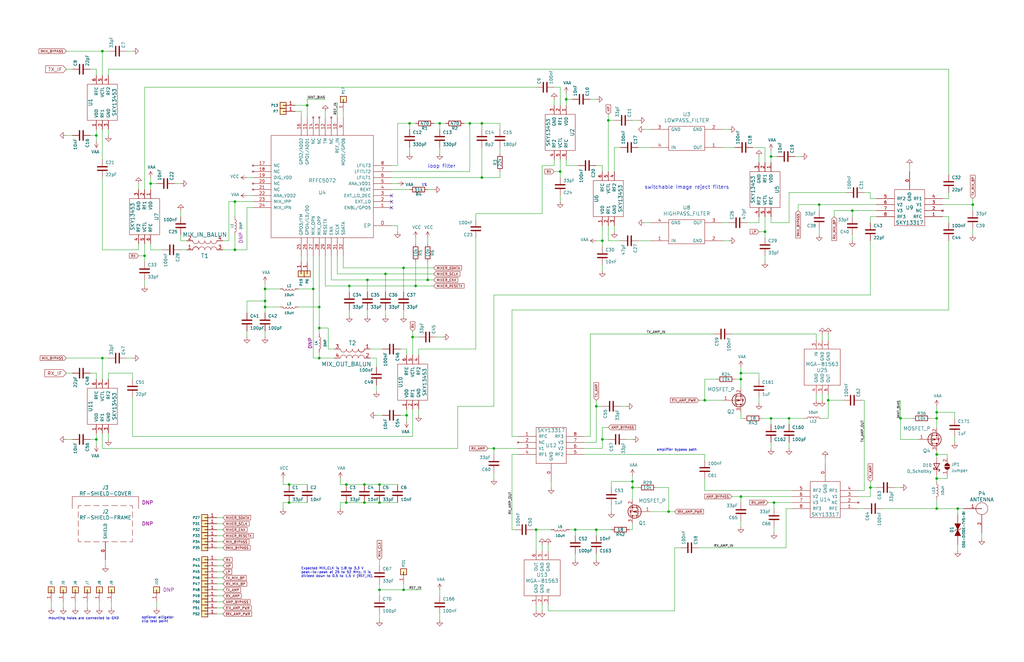
<source format=kicad_sch>
(kicad_sch (version 20250114) (generator "eeschema") (generator_version "9.0")
  (paper "User" 431.8 279.4)
  (title_block (title "${TITLE}") (date "${DATE}") (rev "${VERSION}") (company "${COPYRIGHT}") (comment 1 "${LICENSE}"))
  (text "optional alligator\nclip test point" (at 59.69 262.89 0) (effects (font (size 1.016 1.016)) (justify left bottom)))
  (text "mounting holes are connected to GND" (at 20.32 261.62 0) (effects (font (size 1.016 1.016)) (justify left bottom)))
  (text "Expected MIX_CLK is 1.8 to 3.3 V\npeak-to-peak at 25 to 52 MHz. It is\ndivided down to 0.5 to 1.5 V (REF_IN)." (at 127 243.84 0) (effects (font (size 1.016 1.016)) (justify left bottom)))
  (text "switchable image reject filters" (at 271.78 80.01 0) (effects (font (size 1.524 1.524)) (justify left bottom)))
  (text "1%" (at 177.8 78.74 0) (effects (font (size 1.016 1.016)) (justify left bottom)))
  (text "amplifier bypass path" (at 276.86 190.5 0) (effects (font (size 1.016 1.016)) (justify left bottom)))
  (text "loop filter" (at 180.34 71.12 0) (effects (font (size 1.524 1.524)) (justify left bottom)))
  (junction (at 111.76 121.92))
  (junction (at 394.97 214.63))
  (junction (at 203.2 74.93))
  (junction (at 325.12 176.53))
  (junction (at 254 101.6))
  (junction (at 146.05 212.09))
  (junction (at 403.86 214.63))
  (junction (at 40.64 57.15))
  (junction (at 99.06 105.41))
  (junction (at 394.97 176.53))
  (junction (at 281.94 215.9))
  (junction (at 312.42 157.48))
  (junction (at 170.18 248.92))
  (junction (at 121.92 204.47))
  (junction (at 326.39 212.09))
  (junction (at 160.02 204.47))
  (junction (at 254 185.42))
  (junction (at 160.02 248.92))
  (junction (at 129.54 44.45))
  (junction (at 111.76 129.54))
  (junction (at 160.02 212.09))
  (junction (at 394.97 191.77))
  (junction (at 379.73 176.53))
  (junction (at 171.45 175.26))
  (junction (at 60.96 107.95))
  (junction (at 312.42 209.55))
  (junction (at 238.76 41.91))
  (junction (at 154.94 118.11))
  (junction (at 226.06 223.52))
  (junction (at 332.74 176.53))
  (junction (at 134.62 138.43))
  (junction (at 349.25 168.91))
  (junction (at 266.7 205.74))
  (junction (at 153.67 204.47))
  (junction (at 367.03 205.74))
  (junction (at 251.46 223.52))
  (junction (at 162.56 115.57))
  (junction (at 63.5 77.47))
  (junction (at 146.05 204.47))
  (junction (at 394.97 201.93))
  (junction (at 297.18 168.91))
  (junction (at 256.54 50.8))
  (junction (at 208.28 189.23))
  (junction (at 359.41 88.9))
  (junction (at 147.32 120.65))
  (junction (at 394.97 173.99))
  (junction (at 345.44 86.36))
  (junction (at 43.18 151.13))
  (junction (at 153.67 212.09))
  (junction (at 312.42 160.02))
  (junction (at 134.62 129.54))
  (junction (at 180.34 118.11))
  (junction (at 198.12 52.07))
  (junction (at 172.72 52.07))
  (junction (at 242.57 223.52))
  (junction (at 121.92 212.09))
  (junction (at 170.18 113.03))
  (junction (at 43.18 21.59))
  (junction (at 111.76 127))
  (junction (at 175.26 120.65))
  (junction (at 40.64 185.42))
  (junction (at 236.22 72.39))
  (junction (at 185.42 52.07))
  (junction (at 173.99 142.24))
  (junction (at 132.08 121.92))
  (junction (at 325.12 66.04))
  (junction (at 99.06 85.09))
  (junction (at 134.62 151.13))
  (junction (at 322.58 97.79))
  (junction (at 251.46 171.45))
  (junction (at 203.2 52.07))
  (junction (at 266.7 203.2))
  (junction (at 410.21 86.36))
  (no_connect (at 165.1 82.55))
  (no_connect (at 165.1 85.09))
  (no_connect (at 165.1 87.63))
  (wire (pts (xy 186.69 142.24) (xy 184.15 142.24)))
  (wire (pts (xy 143.51 204.47) (xy 146.05 204.47)))
  (wire (pts (xy 400.05 101.6) (xy 400.05 130.81)))
  (wire (pts (xy 139.7 118.11) (xy 154.94 118.11)))
  (wire (pts (xy 55.88 151.13) (xy 53.34 151.13)))
  (wire (pts (xy 173.99 142.24) (xy 173.99 149.86)))
  (wire (pts (xy 304.8 93.98) (xy 307.34 93.98)))
  (wire (pts (xy 27.94 57.15) (xy 30.48 57.15)))
  (wire (pts (xy 127 49.53) (xy 127 46.99)))
  (wire (pts (xy 269.24 101.6) (xy 274.32 101.6)))
  (wire (pts (xy 383.54 69.85) (xy 383.54 72.39)))
  (wire (pts (xy 46.99 254) (xy 46.99 256.54)))
  (wire (pts (xy 312.42 212.09) (xy 312.42 209.55)))
  (wire (pts (xy 185.42 248.92) (xy 185.42 251.46)))
  (wire (pts (xy 394.97 173.99) (xy 394.97 176.53)))
  (wire (pts (xy 156.21 147.32) (xy 161.29 147.32)))
  (wire (pts (xy 331.47 214.63) (xy 334.01 214.63)))
  (wire (pts (xy 414.02 224.79) (xy 414.02 227.33)))
  (wire (pts (xy 367.03 91.44) (xy 369.57 91.44)))
  (wire (pts (xy 257.81 223.52) (xy 251.46 223.52)))
  (wire (pts (xy 297.18 207.01) (xy 297.18 201.93)))
  (wire (pts (xy 111.76 121.92) (xy 111.76 127)))
  (wire (pts (xy 147.32 123.19) (xy 147.32 120.65)))
  (wire (pts (xy 325.12 176.53) (xy 332.74 176.53)))
  (wire (pts (xy 193.04 171.45) (xy 193.04 189.23)))
  (wire (pts (xy 91.44 231.14) (xy 93.98 231.14)))
  (wire (pts (xy 106.68 74.93) (xy 104.14 74.93)))
  (wire (pts (xy 400.05 130.81) (xy 215.9 130.81)))
  (wire (pts (xy 312.42 209.55) (xy 334.01 209.55)))
  (wire (pts (xy 322.58 68.58) (xy 322.58 62.23)))
  (wire (pts (xy 297.18 194.31) (xy 297.18 191.77)))
  (wire (pts (xy 147.32 133.35) (xy 147.32 130.81)))
  (wire (pts (xy 254 114.3) (xy 254 111.76)))
  (wire (pts (xy 124.46 44.45) (xy 129.54 44.45)))
  (wire (pts (xy 226.06 223.52) (xy 232.41 223.52)))
  (wire (pts (xy 96.52 101.6) (xy 96.52 85.09)))
  (wire (pts (xy 60.96 107.95) (xy 60.96 110.49)))
  (wire (pts (xy 91.44 228.6) (xy 93.98 228.6)))
  (wire (pts (xy 261.62 101.6) (xy 256.54 101.6)))
  (wire (pts (xy 410.21 86.36) (xy 410.21 88.9)))
  (wire (pts (xy 143.51 212.09) (xy 143.51 214.63)))
  (wire (pts (xy 154.94 133.35) (xy 154.94 130.81)))
  (wire (pts (xy 45.72 31.75) (xy 45.72 29.21)))
  (wire (pts (xy 185.42 54.61) (xy 185.42 52.07)))
  (wire (pts (xy 45.72 160.02) (xy 45.72 157.48)))
  (wire (pts (xy 121.92 212.09) (xy 129.54 212.09)))
  (wire (pts (xy 251.46 168.91) (xy 251.46 171.45)))
  (wire (pts (xy 257.81 203.2) (xy 257.81 205.74)))
  (wire (pts (xy 91.44 238.76) (xy 93.98 238.76)))
  (wire (pts (xy 176.53 149.86) (xy 176.53 147.32)))
  (wire (pts (xy 137.16 120.65) (xy 147.32 120.65)))
  (wire (pts (xy 326.39 212.09) (xy 334.01 212.09)))
  (wire (pts (xy 281.94 215.9) (xy 281.94 205.74)))
  (wire (pts (xy 312.42 160.02) (xy 309.88 160.02)))
  (wire (pts (xy 320.04 97.79) (xy 322.58 97.79)))
  (wire (pts (xy 176.53 147.32) (xy 200.66 147.32)))
  (wire (pts (xy 402.59 173.99) (xy 394.97 173.99)))
  (wire (pts (xy 175.26 100.33) (xy 175.26 102.87)))
  (wire (pts (xy 304.8 54.61) (xy 307.34 54.61)))
  (wire (pts (xy 331.47 231.14) (xy 331.47 214.63)))
  (wire (pts (xy 162.56 115.57) (xy 182.88 115.57)))
  (wire (pts (xy 172.72 64.77) (xy 172.72 62.23)))
  (wire (pts (xy 60.96 102.87) (xy 60.96 107.95)))
  (wire (pts (xy 158.75 175.26) (xy 161.29 175.26)))
  (wire (pts (xy 294.64 231.14) (xy 331.47 231.14)))
  (wire (pts (xy 104.14 127) (xy 104.14 132.08)))
  (wire (pts (xy 137.16 120.65) (xy 137.16 107.95)))
  (wire (pts (xy 359.41 101.6) (xy 359.41 99.06)))
  (wire (pts (xy 312.42 160.02) (xy 312.42 163.83)))
  (wire (pts (xy 242.57 223.52) (xy 251.46 223.52)))
  (wire (pts (xy 334.01 207.01) (xy 297.18 207.01)))
  (wire (pts (xy 215.9 223.52) (xy 217.17 223.52)))
  (wire (pts (xy 153.67 212.09) (xy 160.02 212.09)))
  (wire (pts (xy 63.5 105.41) (xy 68.58 105.41)))
  (wire (pts (xy 297.18 160.02) (xy 297.18 168.91)))
  (wire (pts (xy 403.86 214.63) (xy 403.86 217.17)))
  (wire (pts (xy 173.99 184.15) (xy 55.88 184.15)))
  (wire (pts (xy 91.44 254) (xy 93.98 254)))
  (wire (pts (xy 171.45 175.26) (xy 171.45 177.8)))
  (wire (pts (xy 93.98 101.6) (xy 96.52 101.6)))
  (wire (pts (xy 138.43 138.43) (xy 134.62 138.43)))
  (wire (pts (xy 119.38 204.47) (xy 121.92 204.47)))
  (wire (pts (xy 91.44 246.38) (xy 93.98 246.38)))
  (wire (pts (xy 346.71 143.51) (xy 346.71 140.97)))
  (wire (pts (xy 240.03 223.52) (xy 242.57 223.52)))
  (wire (pts (xy 243.84 69.85) (xy 238.76 69.85)))
  (wire (pts (xy 63.5 74.93) (xy 63.5 77.47)))
  (wire (pts (xy 91.44 248.92) (xy 93.98 248.92)))
  (wire (pts (xy 55.88 21.59) (xy 53.34 21.59)))
  (wire (pts (xy 40.64 31.75) (xy 40.64 29.21)))
  (wire (pts (xy 257.81 215.9) (xy 257.81 213.36)))
  (wire (pts (xy 208.28 189.23) (xy 218.44 189.23)))
  (wire (pts (xy 45.72 21.59) (xy 43.18 21.59)))
  (wire (pts (xy 400.05 81.28) (xy 400.05 83.82)))
  (wire (pts (xy 58.42 107.95) (xy 60.96 107.95)))
  (wire (pts (xy 104.14 82.55) (xy 106.68 82.55)))
  (wire (pts (xy 160.02 238.76) (xy 160.02 236.22)))
  (wire (pts (xy 394.97 191.77) (xy 394.97 193.04)))
  (wire (pts (xy 364.49 207.01) (xy 361.95 207.01)))
  (wire (pts (xy 254 69.85) (xy 254 72.39)))
  (wire (pts (xy 142.24 115.57) (xy 162.56 115.57)))
  (wire (pts (xy 198.12 52.07) (xy 203.2 52.07)))
  (wire (pts (xy 162.56 133.35) (xy 162.56 130.81)))
  (wire (pts (xy 254 189.23) (xy 246.38 189.23)))
  (wire (pts (xy 40.64 57.15) (xy 40.64 59.69)))
  (wire (pts (xy 132.08 107.95) (xy 132.08 121.92)))
  (wire (pts (xy 40.64 29.21) (xy 38.1 29.21)))
  (wire (pts (xy 344.17 140.97) (xy 308.61 140.97)))
  (wire (pts (xy 394.97 200.66) (xy 394.97 201.93)))
  (wire (pts (xy 60.96 80.01) (xy 60.96 36.83)))
  (wire (pts (xy 153.67 204.47) (xy 160.02 204.47)))
  (wire (pts (xy 170.18 246.38) (xy 170.18 248.92)))
  (wire (pts (xy 91.44 241.3) (xy 93.98 241.3)))
  (wire (pts (xy 167.64 52.07) (xy 172.72 52.07)))
  (wire (pts (xy 307.34 101.6) (xy 304.8 101.6)))
  (wire (pts (xy 55.88 184.15) (xy 55.88 167.64)))
  (wire (pts (xy 146.05 204.47) (xy 153.67 204.47)))
  (wire (pts (xy 134.62 138.43) (xy 134.62 140.97)))
  (wire (pts (xy 21.59 254) (xy 21.59 256.54)))
  (wire (pts (xy 173.99 139.7) (xy 173.99 142.24)))
  (wire (pts (xy 195.58 52.07) (xy 198.12 52.07)))
  (wire (pts (xy 144.78 49.53) (xy 144.78 46.99)))
  (wire (pts (xy 325.12 63.5) (xy 325.12 66.04)))
  (wire (pts (xy 144.78 113.03) (xy 170.18 113.03)))
  (wire (pts (xy 274.32 62.23) (xy 269.24 62.23)))
  (wire (pts (xy 125.73 121.92) (xy 132.08 121.92)))
  (wire (pts (xy 364.49 81.28) (xy 367.03 81.28)))
  (wire (pts (xy 129.54 44.45) (xy 129.54 49.53)))
  (wire (pts (xy 147.32 120.65) (xy 175.26 120.65)))
  (wire (pts (xy 266.7 220.98) (xy 266.7 223.52)))
  (wire (pts (xy 345.44 86.36) (xy 369.57 86.36)))
  (wire (pts (xy 31.75 254) (xy 31.75 256.54)))
  (wire (pts (xy 91.44 243.84) (xy 93.98 243.84)))
  (wire (pts (xy 167.64 95.25) (xy 167.64 97.79)))
  (wire (pts (xy 203.2 52.07) (xy 210.82 52.07)))
  (wire (pts (xy 284.48 257.81) (xy 231.14 257.81)))
  (wire (pts (xy 91.44 259.08) (xy 93.98 259.08)))
  (wire (pts (xy 180.34 118.11) (xy 180.34 110.49)))
  (wire (pts (xy 351.79 91.44) (xy 351.79 88.9)))
  (wire (pts (xy 210.82 64.77) (xy 210.82 62.23)))
  (wire (pts (xy 246.38 184.15) (xy 248.92 184.15)))
  (wire (pts (xy 111.76 121.92) (xy 118.11 121.92)))
  (wire (pts (xy 99.06 85.09) (xy 106.68 85.09)))
  (wire (pts (xy 132.08 121.92) (xy 132.08 151.13)))
  (wire (pts (xy 379.73 176.53) (xy 379.73 185.42)))
  (wire (pts (xy 322.58 110.49) (xy 322.58 107.95)))
  (wire (pts (xy 111.76 127) (xy 111.76 129.54)))
  (wire (pts (xy 134.62 107.95) (xy 134.62 129.54)))
  (wire (pts (xy 205.74 189.23) (xy 208.28 189.23)))
  (wire (pts (xy 326.39 214.63) (xy 326.39 212.09)))
  (wire (pts (xy 326.39 224.79) (xy 326.39 222.25)))
  (wire (pts (xy 104.14 87.63) (xy 104.14 105.41)))
  (wire (pts (xy 91.44 256.54) (xy 93.98 256.54)))
  (wire (pts (xy 158.75 154.94) (xy 158.75 151.13)))
  (wire (pts (xy 251.46 223.52) (xy 251.46 226.06)))
  (wire (pts (xy 242.57 226.06) (xy 242.57 223.52)))
  (wire (pts (xy 254 101.6) (xy 254 104.14)))
  (wire (pts (xy 233.68 72.39) (xy 236.22 72.39)))
  (wire (pts (xy 254 180.34) (xy 254 185.42)))
  (wire (pts (xy 320.04 160.02) (xy 320.04 157.48)))
  (wire (pts (xy 193.04 189.23) (xy 43.18 189.23)))
  (wire (pts (xy 248.92 140.97) (xy 248.92 184.15)))
  (wire (pts (xy 160.02 248.92) (xy 160.02 251.46)))
  (wire (pts (xy 91.44 236.22) (xy 93.98 236.22)))
  (wire (pts (xy 119.38 204.47) (xy 119.38 201.93)))
  (wire (pts (xy 218.44 184.15) (xy 215.9 184.15)))
  (wire (pts (xy 63.5 102.87) (xy 63.5 105.41)))
  (wire (pts (xy 294.64 168.91) (xy 297.18 168.91)))
  (wire (pts (xy 226.06 232.41) (xy 226.06 223.52)))
  (wire (pts (xy 332.74 176.53) (xy 339.09 176.53)))
  (wire (pts (xy 402.59 186.69) (xy 402.59 184.15)))
  (wire (pts (xy 44.45 236.22) (xy 44.45 238.76)))
  (wire (pts (xy 172.72 80.01) (xy 165.1 80.01)))
  (wire (pts (xy 121.92 204.47) (xy 129.54 204.47)))
  (wire (pts (xy 118.11 129.54) (xy 111.76 129.54)))
  (wire (pts (xy 400.05 29.21) (xy 400.05 73.66)))
  (wire (pts (xy 314.96 93.98) (xy 320.04 93.98)))
  (wire (pts (xy 91.44 220.98) (xy 93.98 220.98)))
  (wire (pts (xy 76.2 77.47) (xy 73.66 77.47)))
  (wire (pts (xy 185.42 259.08) (xy 185.42 261.62)))
  (wire (pts (xy 284.48 257.81) (xy 284.48 231.14)))
  (wire (pts (xy 367.03 203.2) (xy 367.03 205.74)))
  (wire (pts (xy 27.94 29.21) (xy 30.48 29.21)))
  (wire (pts (xy 397.51 91.44) (xy 400.05 91.44)))
  (wire (pts (xy 208.28 171.45) (xy 208.28 124.46)))
  (wire (pts (xy 332.74 189.23) (xy 332.74 186.69)))
  (wire (pts (xy 160.02 246.38) (xy 160.02 248.92)))
  (wire (pts (xy 344.17 143.51) (xy 344.17 140.97)))
  (wire (pts (xy 175.26 120.65) (xy 175.26 110.49)))
  (wire (pts (xy 55.88 157.48) (xy 55.88 160.02)))
  (wire (pts (xy 111.76 129.54) (xy 111.76 132.08)))
  (wire (pts (xy 58.42 105.41) (xy 43.18 105.41)))
  (wire (pts (xy 224.79 223.52) (xy 226.06 223.52)))
  (wire (pts (xy 27.94 157.48) (xy 30.48 157.48)))
  (wire (pts (xy 256.54 185.42) (xy 254 185.42)))
  (wire (pts (xy 111.76 119.38) (xy 111.76 121.92)))
  (wire (pts (xy 226.06 257.81) (xy 226.06 255.27)))
  (wire (pts (xy 251.46 69.85) (xy 254 69.85)))
  (wire (pts (xy 137.16 46.99) (xy 137.16 49.53)))
  (wire (pts (xy 26.67 254) (xy 26.67 256.54)))
  (wire (pts (xy 170.18 133.35) (xy 170.18 130.81)))
  (wire (pts (xy 320.04 66.04) (xy 320.04 68.58)))
  (wire (pts (xy 251.46 186.69) (xy 246.38 186.69)))
  (wire (pts (xy 312.42 157.48) (xy 312.42 160.02)))
  (wire (pts (xy 99.06 91.44) (xy 99.06 85.09)))
  (wire (pts (xy 228.6 229.87) (xy 228.6 232.41)))
  (wire (pts (xy 165.1 72.39) (xy 198.12 72.39)))
  (wire (pts (xy 367.03 83.82) (xy 369.57 83.82)))
  (wire (pts (xy 345.44 99.06) (xy 345.44 96.52)))
  (wire (pts (xy 400.05 91.44) (xy 400.05 93.98)))
  (wire (pts (xy 351.79 88.9) (xy 359.41 88.9)))
  (wire (pts (xy 251.46 236.22) (xy 251.46 233.68)))
  (wire (pts (xy 91.44 223.52) (xy 93.98 223.52)))
  (wire (pts (xy 332.74 81.28) (xy 356.87 81.28)))
  (wire (pts (xy 125.73 129.54) (xy 134.62 129.54)))
  (wire (pts (xy 63.5 77.47) (xy 63.5 80.01)))
  (wire (pts (xy 363.22 168.91) (xy 364.49 168.91)))
  (wire (pts (xy 200.66 147.32) (xy 200.66 100.33)))
  (wire (pts (xy 167.64 77.47) (xy 165.1 77.47)))
  (wire (pts (xy 208.28 191.77) (xy 208.28 189.23)))
  (wire (pts (xy 359.41 88.9) (xy 369.57 88.9)))
  (wire (pts (xy 228.6 257.81) (xy 228.6 255.27)))
  (wire (pts (xy 369.57 205.74) (xy 367.03 205.74)))
  (wire (pts (xy 154.94 123.19) (xy 154.94 118.11)))
  (wire (pts (xy 266.7 205.74) (xy 266.7 210.82)))
  (wire (pts (xy 176.53 175.26) (xy 176.53 172.72)))
  (wire (pts (xy 40.64 182.88) (xy 40.64 185.42)))
  (wire (pts (xy 43.18 21.59) (xy 27.94 21.59)))
  (wire (pts (xy 168.91 175.26) (xy 171.45 175.26)))
  (wire (pts (xy 160.02 248.92) (xy 170.18 248.92)))
  (wire (pts (xy 403.86 214.63) (xy 406.4 214.63)))
  (wire (pts (xy 312.42 176.53) (xy 313.69 176.53)))
  (wire (pts (xy 165.1 74.93) (xy 203.2 74.93)))
  (wire (pts (xy 325.12 176.53) (xy 325.12 179.07)))
  (wire (pts (xy 264.16 171.45) (xy 261.62 171.45)))
  (wire (pts (xy 325.12 189.23) (xy 325.12 186.69)))
  (wire (pts (xy 236.22 44.45) (xy 236.22 36.83)))
  (wire (pts (xy 344.17 166.37) (xy 344.17 168.91)))
  (wire (pts (xy 38.1 57.15) (xy 40.64 57.15)))
  (wire (pts (xy 394.97 191.77) (xy 399.415 191.77)))
  (wire (pts (xy 171.45 147.32) (xy 171.45 149.86)))
  (wire (pts (xy 104.14 142.24) (xy 104.14 139.7)))
  (wire (pts (xy 259.08 50.8) (xy 256.54 50.8)))
  (wire (pts (xy 346.71 176.53) (xy 349.25 176.53)))
  (wire (pts (xy 36.83 254) (xy 36.83 256.54)))
  (wire (pts (xy 43.18 21.59) (xy 43.18 31.75)))
  (wire (pts (xy 45.72 182.88) (xy 45.72 185.42)))
  (wire (pts (xy 43.18 189.23) (xy 43.18 182.88)))
  (wire (pts (xy 228.6 90.17) (xy 228.6 69.85)))
  (wire (pts (xy 76.2 105.41) (xy 78.74 105.41)))
  (wire (pts (xy 266.7 203.2) (xy 266.7 205.74)))
  (wire (pts (xy 170.18 123.19) (xy 170.18 113.03)))
  (wire (pts (xy 165.1 95.25) (xy 167.64 95.25)))
  (wire (pts (xy 402.59 176.53) (xy 402.59 173.99)))
  (wire (pts (xy 320.04 170.18) (xy 320.04 167.64)))
  (wire (pts (xy 394.97 171.45) (xy 394.97 173.99)))
  (wire (pts (xy 410.21 83.82) (xy 410.21 86.36)))
  (wire (pts (xy 119.38 212.09) (xy 121.92 212.09)))
  (wire (pts (xy 397.51 86.36) (xy 410.21 86.36)))
  (wire (pts (xy 367.03 124.46) (xy 367.03 101.6)))
  (wire (pts (xy 361.95 214.63) (xy 364.49 214.63)))
  (wire (pts (xy 119.38 212.09) (xy 119.38 214.63)))
  (wire (pts (xy 139.7 118.11) (xy 139.7 107.95)))
  (wire (pts (xy 236.22 67.31) (xy 236.22 72.39)))
  (wire (pts (xy 367.03 81.28) (xy 367.03 83.82)))
  (wire (pts (xy 91.44 226.06) (xy 93.98 226.06)))
  (wire (pts (xy 320.04 93.98) (xy 320.04 91.44)))
  (wire (pts (xy 336.55 88.9) (xy 336.55 86.36)))
  (wire (pts (xy 203.2 52.07) (xy 203.2 54.61)))
  (wire (pts (xy 281.94 215.9) (xy 284.48 215.9)))
  (wire (pts (xy 312.42 222.25) (xy 312.42 219.71)))
  (wire (pts (xy 355.6 168.91) (xy 349.25 168.91)))
  (wire (pts (xy 266.7 185.42) (xy 264.16 185.42)))
  (wire (pts (xy 228.6 69.85) (xy 233.68 69.85)))
  (wire (pts (xy 60.96 120.65) (xy 60.96 118.11)))
  (wire (pts (xy 91.44 251.46) (xy 93.98 251.46)))
  (wire (pts (xy 198.12 72.39) (xy 198.12 52.07)))
  (wire (pts (xy 345.44 88.9) (xy 345.44 86.36)))
  (wire (pts (xy 236.22 72.39) (xy 236.22 74.93)))
  (wire (pts (xy 236.22 85.09) (xy 236.22 82.55)))
  (wire (pts (xy 359.41 91.44) (xy 359.41 88.9)))
  (wire (pts (xy 332.74 93.98) (xy 325.12 93.98)))
  (wire (pts (xy 297.18 191.77) (xy 246.38 191.77)))
  (wire (pts (xy 154.94 118.11) (xy 180.34 118.11)))
  (wire (pts (xy 41.91 254) (xy 41.91 256.54)))
  (wire (pts (xy 200.66 90.17) (xy 228.6 90.17)))
  (wire (pts (xy 78.74 101.6) (xy 76.2 101.6)))
  (wire (pts (xy 367.03 209.55) (xy 361.95 209.55)))
  (wire (pts (xy 266.7 223.52) (xy 265.43 223.52)))
  (wire (pts (xy 394.97 176.53) (xy 392.43 176.53)))
  (wire (pts (xy 200.66 92.71) (xy 200.66 90.17)))
  (wire (pts (xy 367.03 93.98) (xy 367.03 91.44)))
  (wire (pts (xy 176.53 142.24) (xy 173.99 142.24)))
  (wire (pts (xy 379.73 185.42) (xy 387.35 185.42)))
  (wire (pts (xy 233.68 69.85) (xy 233.68 67.31)))
  (wire (pts (xy 60.96 36.83) (xy 226.06 36.83)))
  (wire (pts (xy 322.58 97.79) (xy 322.58 100.33)))
  (wire (pts (xy 215.9 130.81) (xy 215.9 184.15)))
  (wire (pts (xy 281.94 205.74) (xy 276.86 205.74)))
  (wire (pts (xy 129.54 41.91) (xy 137.16 41.91)))
  (wire (pts (xy 134.62 148.59) (xy 134.62 151.13)))
  (wire (pts (xy 349.25 166.37) (xy 349.25 168.91)))
  (wire (pts (xy 322.58 62.23) (xy 317.5 62.23)))
  (wire (pts (xy 302.26 160.02) (xy 297.18 160.02)))
  (wire (pts (xy 134.62 129.54) (xy 134.62 138.43)))
  (wire (pts (xy 43.18 67.31) (xy 43.18 54.61)))
  (wire (pts (xy 172.72 52.07) (xy 175.26 52.07)))
  (wire (pts (xy 266.7 200.66) (xy 266.7 203.2)))
  (wire (pts (xy 297.18 168.91) (xy 304.8 168.91)))
  (wire (pts (xy 394.97 190.5) (xy 394.97 191.77)))
  (wire (pts (xy 58.42 77.47) (xy 58.42 80.01)))
  (wire (pts (xy 231.14 257.81) (xy 231.14 255.27)))
  (wire (pts (xy 170.18 113.03) (xy 182.88 113.03)))
  (wire (pts (xy 185.42 64.77) (xy 185.42 62.23)))
  (wire (pts (xy 323.85 212.09) (xy 326.39 212.09)))
  (wire (pts (xy 38.1 185.42) (xy 40.64 185.42)))
  (wire (pts (xy 182.88 52.07) (xy 185.42 52.07)))
  (wire (pts (xy 269.24 50.8) (xy 266.7 50.8)))
  (wire (pts (xy 308.61 209.55) (xy 312.42 209.55)))
  (wire (pts (xy 66.04 77.47) (xy 63.5 77.47)))
  (wire (pts (xy 394.97 214.63) (xy 403.86 214.63)))
  (wire (pts (xy 185.42 52.07) (xy 187.96 52.07)))
  (wire (pts (xy 208.28 201.93) (xy 208.28 199.39)))
  (wire (pts (xy 394.97 176.53) (xy 394.97 180.34)))
  (wire (pts (xy 349.25 176.53) (xy 349.25 168.91)))
  (wire (pts (xy 218.44 191.77) (xy 215.9 191.77)))
  (wire (pts (xy 40.64 185.42) (xy 40.64 187.96)))
  (wire (pts (xy 175.26 120.65) (xy 182.88 120.65)))
  (wire (pts (xy 208.28 124.46) (xy 367.03 124.46)))
  (wire (pts (xy 162.56 123.19) (xy 162.56 115.57)))
  (wire (pts (xy 332.74 179.07) (xy 332.74 176.53)))
  (wire (pts (xy 127 107.95) (xy 127 110.49)))
  (wire (pts (xy 38.1 157.48) (xy 40.64 157.48)))
  (wire (pts (xy 138.43 147.32) (xy 140.97 147.32)))
  (wire (pts (xy 364.49 168.91) (xy 364.49 207.01)))
  (wire (pts (xy 76.2 101.6) (xy 76.2 99.06)))
  (wire (pts (xy 106.68 87.63) (xy 104.14 87.63)))
  (wire (pts (xy 379.73 168.91) (xy 379.73 176.53)))
  (wire (pts (xy 312.42 173.99) (xy 312.42 176.53)))
  (wire (pts (xy 312.42 154.94) (xy 312.42 157.48)))
  (wire (pts (xy 399.415 201.93) (xy 399.415 200.66)))
  (wire (pts (xy 129.54 110.49) (xy 129.54 107.95)))
  (wire (pts (xy 394.97 201.93) (xy 394.97 203.2)))
  (wire (pts (xy 43.18 151.13) (xy 27.94 151.13)))
  (wire (pts (xy 146.05 212.09) (xy 153.67 212.09)))
  (wire (pts (xy 91.44 218.44) (xy 93.98 218.44)))
  (wire (pts (xy 256.54 50.8) (xy 256.54 72.39)))
  (wire (pts (xy 271.78 54.61) (xy 274.32 54.61)))
  (wire (pts (xy 215.9 191.77) (xy 215.9 223.52)))
  (wire (pts (xy 134.62 151.13) (xy 140.97 151.13)))
  (wire (pts (xy 321.31 176.53) (xy 325.12 176.53)))
  (wire (pts (xy 27.94 185.42) (xy 30.48 185.42)))
  (wire (pts (xy 337.82 66.04) (xy 335.28 66.04)))
  (wire (pts (xy 274.32 215.9) (xy 281.94 215.9)))
  (wire (pts (xy 203.2 74.93) (xy 210.82 74.93)))
  (wire (pts (xy 320.04 157.48) (xy 312.42 157.48)))
  (wire (pts (xy 76.2 88.9) (xy 76.2 91.44)))
  (wire (pts (xy 251.46 171.45) (xy 251.46 186.69)))
  (wire (pts (xy 259.08 97.79) (xy 259.08 95.25)))
  (wire (pts (xy 43.18 74.93) (xy 43.18 105.41)))
  (wire (pts (xy 325.12 66.04) (xy 325.12 68.58)))
  (wire (pts (xy 142.24 43.18) (xy 142.24 49.53)))
  (wire (pts (xy 158.75 165.1) (xy 158.75 162.56)))
  (wire (pts (xy 236.22 36.83) (xy 233.68 36.83)))
  (wire (pts (xy 394.97 210.82) (xy 394.97 214.63)))
  (wire (pts (xy 180.34 118.11) (xy 182.88 118.11)))
  (wire (pts (xy 394.97 201.93) (xy 399.415 201.93)))
  (wire (pts (xy 349.25 140.97) (xy 349.25 143.51)))
  (wire (pts (xy 384.81 176.53) (xy 379.73 176.53)))
  (wire (pts (xy 346.71 168.91) (xy 346.71 166.37)))
  (wire (pts (xy 158.75 151.13) (xy 156.21 151.13)))
  (wire (pts (xy 327.66 66.04) (xy 325.12 66.04)))
  (wire (pts (xy 332.74 93.98) (xy 332.74 81.28)))
  (wire (pts (xy 129.54 41.91) (xy 129.54 44.45)))
  (wire (pts (xy 271.78 93.98) (xy 274.32 93.98)))
  (wire (pts (xy 111.76 142.24) (xy 111.76 139.7)))
  (wire (pts (xy 167.64 69.85) (xy 167.64 52.07)))
  (wire (pts (xy 254 95.25) (xy 254 101.6)))
  (wire (pts (xy 45.72 157.48) (xy 55.88 157.48)))
  (wire (pts (xy 142.24 115.57) (xy 142.24 107.95)))
  (wire (pts (xy 251.46 41.91) (xy 248.92 41.91)))
  (wire (pts (xy 182.88 80.01) (xy 180.34 80.01)))
  (wire (pts (xy 132.08 151.13) (xy 134.62 151.13)))
  (wire (pts (xy 400.05 83.82) (xy 397.51 83.82)))
  (wire (pts (xy 143.51 204.47) (xy 143.51 201.93)))
  (wire (pts (xy 171.45 172.72) (xy 171.45 175.26)))
  (wire (pts (xy 58.42 102.87) (xy 58.42 105.41)))
  (wire (pts (xy 367.03 205.74) (xy 367.03 209.55)))
  (wire (pts (xy 45.72 151.13) (xy 43.18 151.13)))
  (wire (pts (xy 257.81 203.2) (xy 266.7 203.2)))
  (wire (pts (xy 322.58 91.44) (xy 322.58 97.79)))
  (wire (pts (xy 99.06 105.41) (xy 93.98 105.41)))
  (wire (pts (xy 233.68 41.91) (xy 233.68 44.45)))
  (wire (pts (xy 242.57 236.22) (xy 242.57 233.68)))
  (wire (pts (xy 238.76 41.91) (xy 238.76 44.45)))
  (wire (pts (xy 99.06 99.06) (xy 99.06 105.41)))
  (wire (pts (xy 261.62 62.23) (xy 259.08 62.23)))
  (wire (pts (xy 170.18 248.92) (xy 177.8 248.92)))
  (wire (pts (xy 256.54 101.6) (xy 256.54 95.25)))
  (wire (pts (xy 251.46 101.6) (xy 254 101.6)))
  (wire (pts (xy 347.98 193.04) (xy 347.98 195.58)))
  (wire (pts (xy 172.72 54.61) (xy 172.72 52.07)))
  (wire (pts (xy 379.73 205.74) (xy 377.19 205.74)))
  (wire (pts (xy 40.64 157.48) (xy 40.64 160.02)))
  (wire (pts (xy 210.82 52.07) (xy 210.82 54.61)))
  (wire (pts (xy 168.91 147.32) (xy 171.45 147.32)))
  (wire (pts (xy 284.48 231.14) (xy 287.02 231.14)))
  (wire (pts (xy 173.99 172.72) (xy 173.99 184.15)))
  (wire (pts (xy 259.08 62.23) (xy 259.08 72.39)))
  (wire (pts (xy 144.78 113.03) (xy 144.78 107.95)))
  (wire (pts (xy 403.86 232.41) (xy 403.86 229.87)))
  (wire (pts (xy 203.2 62.23) (xy 203.2 74.93)))
  (wire (pts (xy 45.72 29.21) (xy 400.05 29.21)))
  (wire (pts (xy 372.11 214.63) (xy 394.97 214.63)))
  (wire (pts (xy 300.99 140.97) (xy 248.92 140.97)))
  (wire (pts (xy 254 171.45) (xy 251.46 171.45)))
  (wire (pts (xy 66.04 254) (xy 66.04 256.54)))
  (wire (pts (xy 208.28 171.45) (xy 193.04 171.45)))
  (wire (pts (xy 160.02 212.09) (xy 167.64 212.09)))
  (wire (pts (xy 325.12 93.98) (xy 325.12 91.44)))
  (wire (pts (xy 309.88 62.23) (xy 304.8 62.23)))
  (wire (pts (xy 231.14 229.87) (xy 231.14 232.41)))
  (wire (pts (xy 238.76 69.85) (xy 238.76 67.31)))
  (wire (pts (xy 160.02 204.47) (xy 167.64 204.47)))
  (wire (pts (xy 410.21 99.06) (xy 410.21 96.52)))
  (wire (pts (xy 266.7 205.74) (xy 269.24 205.74)))
  (wire (pts (xy 238.76 39.37) (xy 238.76 41.91)))
  (wire (pts (xy 256.54 180.34) (xy 254 180.34)))
  (wire (pts (xy 40.64 54.61) (xy 40.64 57.15)))
  (wire (pts (xy 43.18 151.13) (xy 43.18 160.02)))
  (wire (pts (xy 210.82 74.93) (xy 210.82 72.39)))
  (wire (pts (xy 45.72 57.15) (xy 45.72 54.61)))
  (wire (pts (xy 160.02 261.62) (xy 160.02 259.08)))
  (wire (pts (xy 336.55 86.36) (xy 345.44 86.36)))
  (wire (pts (xy 96.52 85.09) (xy 99.06 85.09)))
  (wire (pts (xy 165.1 69.85) (xy 167.64 69.85)))
  (wire (pts (xy 143.51 212.09) (xy 146.05 212.09)))
  (wire (pts (xy 138.43 147.32) (xy 138.43 138.43)))
  (wire (pts (xy 180.34 100.33) (xy 180.34 102.87)))
  (wire (pts (xy 254 185.42) (xy 254 189.23)))
  (wire (pts (xy 241.3 41.91) (xy 238.76 41.91)))
  (wire (pts (xy 104.14 105.41) (xy 99.06 105.41)))
  (wire (pts (xy 111.76 127) (xy 104.14 127)))
  (wire (pts (xy 256.54 48.26) (xy 256.54 50.8)))
  (wire (pts (xy 127 46.99) (xy 124.46 46.99)))
  (wire (pts (xy 399.415 191.77) (xy 399.415 193.04)))
  (wire (pts (xy 232.41 205.74) (xy 232.41 203.2)))
  (label "TX_AMP_OUT" (at 364.49 186.69 90) (effects (font (size 1.016 1.016))))
  (label "REF_IN" (at 177.8 248.92 180) (effects (font (size 1.016 1.016))))
  (label "!ANT_BIAS" (at 379.73 168.91 270) (effects (font (size 1.016 1.016))))
  (label "TX_AMP_IN" (at 280.67 140.97 180) (effects (font (size 1.016 1.016))))
  (label "!ANT_BIAS" (at 137.16 41.91 180) (effects (font (size 1.016 1.016))))
  (label "REF_IN" (at 142.24 43.18 270) (effects (font (size 1.016 1.016))))
  (label "RX_AMP_OUT" (at 215.9 217.17 90) (effects (font (size 1.016 1.016))))
  (label "RX_AMP_IN" (at 300.99 231.14 0) (effects (font (size 1.016 1.016))))
  (global_label "RX_AMP" (shape input) (at 93.98 251.46 0) (effects (font (size 1.016 1.016))) (property "Intersheetrefs" "${INTERSHEET_REFS}" (effects (hide yes))))
  (global_label "TX_MIX_BP" (shape input) (at 93.98 243.84 0) (effects (font (size 1.016 1.016))) (property "Intersheetrefs" "${INTERSHEET_REFS}" (effects (hide yes))))
  (global_label "!TX_AMP_PWR" (shape input) (at 294.64 168.91 180) (effects (font (size 1.016 1.016))) (property "Intersheetrefs" "${INTERSHEET_REFS}" (effects (hide yes))))
  (global_label "AMP_BYPASS" (shape input) (at 93.98 254 0) (effects (font (size 1.016 1.016))) (property "Intersheetrefs" "${INTERSHEET_REFS}" (effects (hide yes))))
  (global_label "RX" (shape input) (at 93.98 236.22 0) (effects (font (size 1.016 1.016))) (property "Intersheetrefs" "${INTERSHEET_REFS}" (effects (hide yes))))
  (global_label "MIXER_SCLK" (shape input) (at 182.88 115.57 0) (effects (font (size 1.016 1.016))) (property "Intersheetrefs" "${INTERSHEET_REFS}" (effects (hide yes))))
  (global_label "HP" (shape input) (at 93.98 238.76 0) (effects (font (size 1.016 1.016))) (property "Intersheetrefs" "${INTERSHEET_REFS}" (effects (hide yes))))
  (global_label "RX" (shape input) (at 233.68 72.39 180) (effects (font (size 1.016 1.016))) (property "Intersheetrefs" "${INTERSHEET_REFS}" (effects (hide yes))))
  (global_label "HP" (shape input) (at 256.54 48.26 90) (effects (font (size 1.016 1.016))) (property "Intersheetrefs" "${INTERSHEET_REFS}" (effects (hide yes))))
  (global_label "RX_MIX_BP" (shape input) (at 351.79 91.44 270) (effects (font (size 1.016 1.016))) (property "Intersheetrefs" "${INTERSHEET_REFS}" (effects (hide yes))))
  (global_label "LP" (shape input) (at 320.04 97.79 180) (effects (font (size 1.016 1.016))) (property "Intersheetrefs" "${INTERSHEET_REFS}" (effects (hide yes))))
  (global_label "TX_IF" (shape input) (at 27.94 29.21 180) (effects (font (size 1.524 1.524))) (property "Intersheetrefs" "${INTERSHEET_REFS}" (effects (hide yes))))
  (global_label "MIXER_RESETX" (shape input) (at 182.88 120.65 0) (effects (font (size 1.016 1.016))) (property "Intersheetrefs" "${INTERSHEET_REFS}" (effects (hide yes))))
  (global_label "MIXER_SCLK" (shape input) (at 93.98 220.98 0) (effects (font (size 1.016 1.016))) (property "Intersheetrefs" "${INTERSHEET_REFS}" (effects (hide yes))))
  (global_label "!MIX_BYPASS" (shape input) (at 336.55 88.9 270) (effects (font (size 1.016 1.016))) (property "Intersheetrefs" "${INTERSHEET_REFS}" (effects (hide yes))))
  (global_label "AMP_BYPASS" (shape input) (at 256.54 180.34 0) (effects (font (size 1.016 1.016))) (property "Intersheetrefs" "${INTERSHEET_REFS}" (effects (hide yes))))
  (global_label "MIX_BYPASS" (shape input) (at 93.98 228.6 0) (effects (font (size 1.016 1.016))) (property "Intersheetrefs" "${INTERSHEET_REFS}" (effects (hide yes))))
  (global_label "RX_AMP" (shape input) (at 205.74 189.23 180) (effects (font (size 1.016 1.016))) (property "Intersheetrefs" "${INTERSHEET_REFS}" (effects (hide yes))))
  (global_label "RX" (shape input) (at 58.42 107.95 180) (effects (font (size 1.016 1.016))) (property "Intersheetrefs" "${INTERSHEET_REFS}" (effects (hide yes))))
  (global_label "!RX_AMP_PWR" (shape input) (at 93.98 259.08 0) (effects (font (size 1.016 1.016))) (property "Intersheetrefs" "${INTERSHEET_REFS}" (effects (hide yes))))
  (global_label "!TX_AMP_PWR" (shape input) (at 93.98 256.54 0) (effects (font (size 1.016 1.016))) (property "Intersheetrefs" "${INTERSHEET_REFS}" (effects (hide yes))))
  (global_label "MIX_CLK" (shape input) (at 160.02 236.22 90) (effects (font (size 1.016 1.016))) (property "Intersheetrefs" "${INTERSHEET_REFS}" (effects (hide yes))))
  (global_label "RX_IF" (shape input) (at 27.94 157.48 180) (effects (font (size 1.524 1.524))) (property "Intersheetrefs" "${INTERSHEET_REFS}" (effects (hide yes))))
  (global_label "TX_AMP" (shape input) (at 251.46 168.91 90) (effects (font (size 1.016 1.016))) (property "Intersheetrefs" "${INTERSHEET_REFS}" (effects (hide yes))))
  (global_label "MIXER_ENX" (shape input) (at 93.98 223.52 0) (effects (font (size 1.016 1.016))) (property "Intersheetrefs" "${INTERSHEET_REFS}" (effects (hide yes))))
  (global_label "MIXER_RESETX" (shape input) (at 93.98 226.06 0) (effects (font (size 1.016 1.016))) (property "Intersheetrefs" "${INTERSHEET_REFS}" (effects (hide yes))))
  (global_label "LP" (shape input) (at 93.98 241.3 0) (effects (font (size 1.016 1.016))) (property "Intersheetrefs" "${INTERSHEET_REFS}" (effects (hide yes))))
  (global_label "AMP_BYPASS" (shape input) (at 308.61 209.55 180) (effects (font (size 1.016 1.016))) (property "Intersheetrefs" "${INTERSHEET_REFS}" (effects (hide yes))))
  (global_label "MIX_BYPASS" (shape input) (at 27.94 151.13 180) (effects (font (size 1.016 1.016))) (property "Intersheetrefs" "${INTERSHEET_REFS}" (effects (hide yes))))
  (global_label "MIXER_SDATA" (shape input) (at 182.88 113.03 0) (effects (font (size 1.016 1.016))) (property "Intersheetrefs" "${INTERSHEET_REFS}" (effects (hide yes))))
  (global_label "TX_AMP" (shape input) (at 93.98 248.92 0) (effects (font (size 1.016 1.016))) (property "Intersheetrefs" "${INTERSHEET_REFS}" (effects (hide yes))))
  (global_label "MIXER_SDATA" (shape input) (at 93.98 218.44 0) (effects (font (size 1.016 1.016))) (property "Intersheetrefs" "${INTERSHEET_REFS}" (effects (hide yes))))
  (global_label "TX_AMP" (shape input) (at 367.03 203.2 90) (effects (font (size 1.016 1.016))) (property "Intersheetrefs" "${INTERSHEET_REFS}" (effects (hide yes))))
  (global_label "!MIX_BYPASS" (shape input) (at 27.94 21.59 180) (effects (font (size 1.016 1.016))) (property "Intersheetrefs" "${INTERSHEET_REFS}" (effects (hide yes))))
  (global_label "!MIX_BYPASS" (shape input) (at 93.98 231.14 0) (effects (font (size 1.016 1.016))) (property "Intersheetrefs" "${INTERSHEET_REFS}" (effects (hide yes))))
  (global_label "!RX_AMP_PWR" (shape input) (at 284.48 215.9 0) (effects (font (size 1.016 1.016))) (property "Intersheetrefs" "${INTERSHEET_REFS}" (effects (hide yes))))
  (global_label "TX_MIX_BP" (shape input) (at 410.21 83.82 90) (effects (font (size 1.016 1.016))) (property "Intersheetrefs" "${INTERSHEET_REFS}" (effects (hide yes))))
  (global_label "RX_MIX_BP" (shape input) (at 93.98 246.38 0) (effects (font (size 1.016 1.016))) (property "Intersheetrefs" "${INTERSHEET_REFS}" (effects (hide yes))))
  (global_label "RX" (shape input) (at 173.99 139.7 90) (effects (font (size 1.016 1.016))) (property "Intersheetrefs" "${INTERSHEET_REFS}" (effects (hide yes))))
  (global_label "MIXER_ENX" (shape input) (at 182.88 118.11 0) (effects (font (size 1.016 1.016))) (property "Intersheetrefs" "${INTERSHEET_REFS}" (effects (hide yes))))
  (global_label "RX_AMP" (shape input) (at 323.85 212.09 180) (effects (font (size 1.016 1.016))) (property "Intersheetrefs" "${INTERSHEET_REFS}" (effects (hide yes))))
  (symbol (lib_id "hackrf:GSG-RF-CONN") (at 414.02 214.63 0) (mirror y) (unit 1)
    (property "Reference" "P4" (at 414.02 208.28 0) (effects (font (size 1.524 1.524))))
    (property "Value" "ANTENNA" (at 414.02 210.82 0) (effects (font (size 1.524 1.524))))
    (property "Footprint" "hackrf:GSG-SMA-73251-2120" (effects (hide yes)))
    (property "Manufacturer" "Molex" (effects (hide yes)))
    (property "Part Number" "73251-2121" (effects (hide yes)))
    (property "Description" "CONN SMA JACK 50 OHM EDGE MNT W/JAM NUT & LOCK WASHER" (effects (hide yes)))
  )
  (symbol (lib_id "hackrf:FIL-DEA") (at 289.56 97.79 0) (unit 1)
    (property "Reference" "U8" (at 289.56 87.63 0) (effects (font (size 1.524 1.524))))
    (property "Value" "HIGHPASS_FILTER" (at 289.56 90.17 0) (effects (font (size 1.524 1.524))))
    (property "Footprint" "hackrf:GSG-HP-DEA" (effects (hide yes)))
    (property "Manufacturer" "TDK" (effects (hide yes)))
    (property "Part Number" "DEA162400HT-8004B1" (effects (hide yes)))
    (property "Description" "FILTER HIGHPASS WLAN&BLUETOOTH" (effects (hide yes)))
  )
  (symbol (lib_id "hackrf:FIL-LP0603") (at 289.56 58.42 180) (unit 1)
    (property "Reference" "U3" (at 289.56 48.26 0) (effects (font (size 1.524 1.524))))
    (property "Value" "LOWPASS_FILTER" (at 289.56 50.8 0) (effects (font (size 1.524 1.524))))
    (property "Footprint" "hackrf:GSG-LP0603" (effects (hide yes)))
    (property "Manufacturer" "AVX" (effects (hide yes)))
    (property "Part Number" "LP0603A1880ANTR" (effects (hide yes)))
    (property "Description" "FILTER LOW PASS 1880MHZ 0603 SMD" (effects (hide yes)))
  )
  (symbol (lib_id "power:GND") (at 158.75 165.1 0) (unit 1)
    (property "Reference" "#PWR079" (effects (hide yes)))
    (property "Value" "GND" (effects (hide yes)))
  )
  (symbol (lib_id "Device:C") (at 254 107.95 0) (unit 1)
    (property "Reference" "C30" (at 255.27 105.41 0) (effects (justify left)))
    (property "Value" "10nF" (at 255.27 110.49 0) (effects (justify left)))
    (property "Footprint" "hackrf:GSG-0402" (effects (hide yes)))
    (property "Manufacturer" "Samsung" (effects (hide yes)))
    (property "Part Number" "CL05B103KB5NNNC" (effects (hide yes)))
    (property "Description" "CAP CER 10000PF 50V X7R 0402" (effects (hide yes)))
    (property "Substitution" "Murata GRM155R71C103KA01D" (effects (hide yes)))
  )
  (symbol (lib_id "power:GND") (at 254 114.3 0) (unit 1)
    (property "Reference" "#PWR077" (effects (hide yes)))
    (property "Value" "GND" (effects (hide yes)))
  )
  (symbol (lib_id "power:GND") (at 307.34 101.6 90) (unit 1)
    (property "Reference" "#PWR076" (effects (hide yes)))
    (property "Value" "GND" (effects (hide yes)))
  )
  (symbol (lib_id "power:GND") (at 307.34 54.61 90) (unit 1)
    (property "Reference" "#PWR075" (effects (hide yes)))
    (property "Value" "GND" (effects (hide yes)))
  )
  (symbol (lib_id "power:GND") (at 271.78 54.61 270) (unit 1)
    (property "Reference" "#PWR074" (effects (hide yes)))
    (property "Value" "GND" (effects (hide yes)))
  )
  (symbol (lib_id "power:GND") (at 271.78 93.98 270) (unit 1)
    (property "Reference" "#PWR073" (effects (hide yes)))
    (property "Value" "GND" (effects (hide yes)))
  )
  (symbol (lib_id "Device:C") (at 311.15 93.98 90) (unit 1)
    (property "Reference" "C26" (at 308.61 92.71 0) (effects (justify left)))
    (property "Value" "47pF" (at 313.69 92.71 0) (effects (justify left)))
    (property "Footprint" "hackrf:GSG-0402" (effects (hide yes)))
    (property "Manufacturer" "Samsung" (effects (hide yes)))
    (property "Part Number" "CL05C470JB5NNNC" (effects (hide yes)))
    (property "Description" "CAP CER 47PF 50V C0G/NP0 0402" (effects (hide yes)))
    (property "Substitution" "Murata GRM1555C1H470JA01D" (effects (hide yes)))
  )
  (symbol (lib_id "power:GND") (at 414.02 227.33 0) (unit 1)
    (property "Reference" "#PWR072" (effects (hide yes)))
    (property "Value" "GND" (effects (hide yes)))
  )
  (symbol (lib_id "Device:C") (at 111.76 135.89 0) (unit 1)
    (property "Reference" "C42" (at 113.03 133.35 0) (effects (justify left)))
    (property "Value" "100pF" (at 113.03 138.43 0) (effects (justify left)))
    (property "Footprint" "hackrf:GSG-0402" (effects (hide yes)))
    (property "Manufacturer" "Samsung" (effects (hide yes)))
    (property "Part Number" "CL05C101JB5NNNC" (effects (hide yes)))
    (property "Description" "CAP CER 100PF 50V 5% C0G/NP0 0402" (effects (hide yes)))
    (property "Substitution" "Murata GRM1555C1H101JA01D" (effects (hide yes)))
  )
  (symbol (lib_id "power:GND") (at 111.76 142.24 0) (unit 1)
    (property "Reference" "#PWR071" (effects (hide yes)))
    (property "Value" "GND" (effects (hide yes)))
  )
  (symbol (lib_id "Device:C") (at 172.72 58.42 0) (unit 1)
    (property "Reference" "C12" (at 173.99 55.88 0) (effects (justify left)))
    (property "Value" "330pF" (at 173.99 60.96 0) (effects (justify left)))
    (property "Footprint" "hackrf:GSG-0402" (effects (hide yes)))
    (property "Manufacturer" "Samsung" (effects (hide yes)))
    (property "Part Number" "CL05C331JB5NNNC" (effects (hide yes)))
    (property "Description" "CAP CER 330PF 50V C0G/NP0 0402" (effects (hide yes)))
    (property "Substitution" "Murata GRM155R71H331KA01D" (effects (hide yes)))
  )
  (symbol (lib_id "Device:R") (at 179.07 52.07 270) (unit 1)
    (property "Reference" "R1" (at 179.07 54.102 90))
    (property "Value" "470" (at 179.07 52.07 90))
    (property "Footprint" "hackrf:GSG-0402" (effects (hide yes)))
    (property "Manufacturer" "Stackpole" (effects (hide yes)))
    (property "Part Number" "RMCF0402JT470R" (effects (hide yes)))
    (property "Description" "RES TF 1/16W 470 OHM 5% 0402" (effects (hide yes)))
    (property "Substitution" "any equivalent" (effects (hide yes)))
  )
  (symbol (lib_id "Device:C") (at 185.42 58.42 0) (unit 1)
    (property "Reference" "C13" (at 186.69 55.88 0) (effects (justify left)))
    (property "Value" "330pF" (at 186.69 60.96 0) (effects (justify left)))
    (property "Footprint" "hackrf:GSG-0402" (effects (hide yes)))
    (property "Manufacturer" "Samsung" (effects (hide yes)))
    (property "Part Number" "CL05C331JB5NNNC" (effects (hide yes)))
    (property "Description" "CAP CER 330PF 50V C0G/NP0 0402" (effects (hide yes)))
    (property "Substitution" "Murata GRM155R71H331KA01D" (effects (hide yes)))
  )
  (symbol (lib_id "Device:R") (at 191.77 52.07 270) (unit 1)
    (property "Reference" "R2" (at 191.77 54.102 90))
    (property "Value" "470" (at 191.77 52.07 90))
    (property "Footprint" "hackrf:GSG-0402" (effects (hide yes)))
    (property "Manufacturer" "Stackpole" (effects (hide yes)))
    (property "Part Number" "RMCF0402JT470R" (effects (hide yes)))
    (property "Description" "RES TF 1/16W 470 OHM 5% 0402" (effects (hide yes)))
    (property "Substitution" "any equivalent" (effects (hide yes)))
  )
  (symbol (lib_id "power:GND") (at 172.72 64.77 0) (unit 1)
    (property "Reference" "#PWR070" (effects (hide yes)))
    (property "Value" "GND" (effects (hide yes)))
  )
  (symbol (lib_id "power:GND") (at 185.42 64.77 0) (unit 1)
    (property "Reference" "#PWR069" (effects (hide yes)))
    (property "Value" "GND" (effects (hide yes)))
  )
  (symbol (lib_id "Device:C") (at 203.2 58.42 0) (unit 1)
    (property "Reference" "C14" (at 204.47 55.88 0) (effects (justify left)))
    (property "Value" "8p2" (at 204.47 60.96 0) (effects (justify left)))
    (property "Footprint" "hackrf:GSG-0402" (effects (hide yes)))
    (property "Manufacturer" "Yageo" (effects (hide yes)))
    (property "Part Number" "CC0402CRNPO9BN8R2" (effects (hide yes)))
    (property "Description" "CAP CER 8.2PF 50V C0G/NPO 0402" (effects (hide yes)))
    (property "Substitution" "Taiyo Yuden UMK105CG8R2DV-F" (effects (hide yes)))
  )
  (symbol (lib_id "Device:C") (at 210.82 58.42 0) (unit 1)
    (property "Reference" "C15" (at 212.09 55.88 0) (effects (justify left)))
    (property "Value" "180pF" (at 212.09 60.96 0) (effects (justify left)))
    (property "Footprint" "hackrf:GSG-0402" (effects (hide yes)))
    (property "Manufacturer" "Yageo" (effects (hide yes)))
    (property "Part Number" "CC0402JRNPO9BN181" (effects (hide yes)))
    (property "Description" "CAP CER 180PF 50V C0G/NPO 0402" (effects (hide yes)))
    (property "Substitution" "Murata GRM1555C1H181JA01D" (effects (hide yes)))
  )
  (symbol (lib_id "Device:R") (at 210.82 68.58 180) (unit 1)
    (property "Reference" "R3" (at 208.788 68.58 90))
    (property "Value" "22k" (at 210.82 68.58 90))
    (property "Footprint" "hackrf:GSG-0402" (effects (hide yes)))
    (property "Manufacturer" "Panasonic" (effects (hide yes)))
    (property "Part Number" "ERJ-2GEJ223X" (effects (hide yes)))
    (property "Description" "RES 22K OHM 1/10W 5% 0402 SMD" (effects (hide yes)))
    (property "Substitution" "any equivalent" (effects (hide yes)))
  )
  (symbol (lib_id "Device:C") (at 121.92 208.28 0) (unit 1)
    (property "Reference" "C1" (at 123.19 205.74 0) (effects (justify left)))
    (property "Value" "33pF" (at 123.19 210.82 0) (effects (justify left)))
    (property "Footprint" "hackrf:GSG-0402" (effects (hide yes)))
    (property "Manufacturer" "Samsung" (effects (hide yes)))
    (property "Part Number" "CL05C330JB5NNNC" (effects (hide yes)))
    (property "Description" "CAP CER 33PF 50V C0G/NP0 0402" (effects (hide yes)))
    (property "Substitution" "Murata GRM1555C1H330JA01D" (effects (hide yes)))
  )
  (symbol (lib_id "Device:C") (at 129.54 208.28 0) (unit 1)
    (property "Reference" "C2" (at 130.81 205.74 0) (effects (justify left)))
    (property "Value" "10nF" (at 130.81 210.82 0) (effects (justify left)))
    (property "Footprint" "hackrf:GSG-0402" (effects (hide yes)))
    (property "Manufacturer" "Samsung" (effects (hide yes)))
    (property "Part Number" "CL05B103KB5NNNC" (effects (hide yes)))
    (property "Description" "CAP CER 10000PF 50V X7R 0402" (effects (hide yes)))
    (property "Substitution" "Murata GRM155R71C103KA01D" (effects (hide yes)))
  )
  (symbol (lib_id "Device:C") (at 153.67 208.28 0) (unit 1)
    (property "Reference" "C4" (at 154.94 205.74 0) (effects (justify left)))
    (property "Value" "10nF" (at 154.94 210.82 0) (effects (justify left)))
    (property "Footprint" "hackrf:GSG-0402" (effects (hide yes)))
    (property "Manufacturer" "Samsung" (effects (hide yes)))
    (property "Part Number" "CL05B103KB5NNNC" (effects (hide yes)))
    (property "Description" "CAP CER 10000PF 50V X7R 0402" (effects (hide yes)))
    (property "Substitution" "Murata GRM155R71C103KA01D" (effects (hide yes)))
  )
  (symbol (lib_id "Device:C") (at 146.05 208.28 0) (unit 1)
    (property "Reference" "C3" (at 147.32 205.74 0) (effects (justify left)))
    (property "Value" "33pF" (at 147.32 210.82 0) (effects (justify left)))
    (property "Footprint" "hackrf:GSG-0402" (effects (hide yes)))
    (property "Manufacturer" "Samsung" (effects (hide yes)))
    (property "Part Number" "CL05C330JB5NNNC" (effects (hide yes)))
    (property "Description" "CAP CER 33PF 50V C0G/NP0 0402" (effects (hide yes)))
    (property "Substitution" "Murata GRM1555C1H330JA01D" (effects (hide yes)))
  )
  (symbol (lib_id "Device:C") (at 160.02 208.28 0) (unit 1)
    (property "Reference" "C5" (at 161.29 205.74 0) (effects (justify left)))
    (property "Value" "33pF" (at 161.29 210.82 0) (effects (justify left)))
    (property "Footprint" "hackrf:GSG-0402" (effects (hide yes)))
    (property "Manufacturer" "Samsung" (effects (hide yes)))
    (property "Part Number" "CL05C330JB5NNNC" (effects (hide yes)))
    (property "Description" "CAP CER 33PF 50V C0G/NP0 0402" (effects (hide yes)))
    (property "Substitution" "Murata GRM1555C1H330JA01D" (effects (hide yes)))
  )
  (symbol (lib_id "Device:C") (at 167.64 208.28 0) (unit 1)
    (property "Reference" "C6" (at 168.91 205.74 0) (effects (justify left)))
    (property "Value" "10nF" (at 168.91 210.82 0) (effects (justify left)))
    (property "Footprint" "hackrf:GSG-0402" (effects (hide yes)))
    (property "Manufacturer" "Samsung" (effects (hide yes)))
    (property "Part Number" "CL05B103KB5NNNC" (effects (hide yes)))
    (property "Description" "CAP CER 10000PF 50V X7R 0402" (effects (hide yes)))
    (property "Substitution" "Murata GRM155R71C103KA01D" (effects (hide yes)))
  )
  (symbol (lib_id "power:GND") (at 119.38 214.63 0) (unit 1)
    (property "Reference" "#PWR067" (effects (hide yes)))
    (property "Value" "GND" (effects (hide yes)))
  )
  (symbol (lib_id "Device:R") (at 176.53 80.01 270) (unit 1)
    (property "Reference" "R4" (at 176.53 82.042 90))
    (property "Value" "51k" (at 176.53 80.01 90))
    (property "Footprint" "hackrf:GSG-0402" (effects (hide yes)))
    (property "Manufacturer" "Stackpole" (effects (hide yes)))
    (property "Part Number" "RMCF0402FT51K0" (effects (hide yes)))
    (property "Description" "RES TF 51K OHM 1% 0.0625W 0402" (effects (hide yes)))
    (property "Substitution" "any equivalent" (effects (hide yes)))
  )
  (symbol (lib_id "power:GND") (at 182.88 80.01 90) (unit 1)
    (property "Reference" "#PWR066" (effects (hide yes)))
    (property "Value" "GND" (effects (hide yes)))
  )
  (symbol (lib_id "power:GND") (at 137.16 46.99 180) (unit 1)
    (property "Reference" "#PWR065" (effects (hide yes)))
    (property "Value" "GND" (effects (hide yes)))
  )
  (symbol (lib_id "Device:R") (at 175.26 106.68 0) (unit 1)
    (property "Reference" "R5" (at 177.292 106.68 90))
    (property "Value" "10k" (at 175.26 106.68 90))
    (property "Footprint" "hackrf:GSG-0402" (effects (hide yes)))
    (property "Manufacturer" "Stackpole" (effects (hide yes)))
    (property "Part Number" "RMCF0402JT10K0" (effects (hide yes)))
    (property "Description" "RES 10K OHM 1/16W 5% 0402 SMD" (effects (hide yes)))
    (property "Substitution" "any equivalent" (effects (hide yes)))
  )
  (symbol (lib_id "Device:C") (at 147.32 127 0) (unit 1)
    (property "Reference" "C34" (at 148.59 124.46 0) (effects (justify left)))
    (property "Value" "33pF" (at 148.59 129.54 0) (effects (justify left)))
    (property "Footprint" "hackrf:GSG-0402" (effects (hide yes)))
    (property "Manufacturer" "Samsung" (effects (hide yes)))
    (property "Part Number" "CL05C330JB5NNNC" (effects (hide yes)))
    (property "Description" "CAP CER 33PF 50V C0G/NP0 0402" (effects (hide yes)))
    (property "Substitution" "Murata GRM1555C1H330JA01D" (effects (hide yes)))
  )
  (symbol (lib_id "Device:C") (at 154.94 127 0) (unit 1)
    (property "Reference" "C35" (at 156.21 124.46 0) (effects (justify left)))
    (property "Value" "33pF" (at 156.21 129.54 0) (effects (justify left)))
    (property "Footprint" "hackrf:GSG-0402" (effects (hide yes)))
    (property "Manufacturer" "Samsung" (effects (hide yes)))
    (property "Part Number" "CL05C330JB5NNNC" (effects (hide yes)))
    (property "Description" "CAP CER 33PF 50V C0G/NP0 0402" (effects (hide yes)))
    (property "Substitution" "Murata GRM1555C1H330JA01D" (effects (hide yes)))
  )
  (symbol (lib_id "Device:C") (at 162.56 127 0) (unit 1)
    (property "Reference" "C36" (at 163.83 124.46 0) (effects (justify left)))
    (property "Value" "33pF" (at 163.83 129.54 0) (effects (justify left)))
    (property "Footprint" "hackrf:GSG-0402" (effects (hide yes)))
    (property "Manufacturer" "Samsung" (effects (hide yes)))
    (property "Part Number" "CL05C330JB5NNNC" (effects (hide yes)))
    (property "Description" "CAP CER 33PF 50V C0G/NP0 0402" (effects (hide yes)))
    (property "Substitution" "Murata GRM1555C1H330JA01D" (effects (hide yes)))
  )
  (symbol (lib_id "Device:C") (at 170.18 127 0) (unit 1)
    (property "Reference" "C37" (at 171.45 124.46 0) (effects (justify left)))
    (property "Value" "33pF" (at 171.45 129.54 0) (effects (justify left)))
    (property "Footprint" "hackrf:GSG-0402" (effects (hide yes)))
    (property "Manufacturer" "Samsung" (effects (hide yes)))
    (property "Part Number" "CL05C330JB5NNNC" (effects (hide yes)))
    (property "Description" "CAP CER 33PF 50V C0G/NP0 0402" (effects (hide yes)))
    (property "Substitution" "Murata GRM1555C1H330JA01D" (effects (hide yes)))
  )
  (symbol (lib_id "power:GND") (at 147.32 133.35 0) (unit 1)
    (property "Reference" "#PWR063" (effects (hide yes)))
    (property "Value" "GND" (effects (hide yes)))
  )
  (symbol (lib_id "power:GND") (at 154.94 133.35 0) (unit 1)
    (property "Reference" "#PWR062" (effects (hide yes)))
    (property "Value" "GND" (effects (hide yes)))
  )
  (symbol (lib_id "power:GND") (at 162.56 133.35 0) (unit 1)
    (property "Reference" "#PWR061" (effects (hide yes)))
    (property "Value" "GND" (effects (hide yes)))
  )
  (symbol (lib_id "power:GND") (at 170.18 133.35 0) (unit 1)
    (property "Reference" "#PWR060" (effects (hide yes)))
    (property "Value" "GND" (effects (hide yes)))
  )
  (symbol (lib_id "Device:R") (at 180.34 106.68 0) (unit 1)
    (property "Reference" "R6" (at 182.372 106.68 90))
    (property "Value" "10k" (at 180.34 106.68 90))
    (property "Footprint" "hackrf:GSG-0402" (effects (hide yes)))
    (property "Manufacturer" "Stackpole" (effects (hide yes)))
    (property "Part Number" "RMCF0402JT10K0" (effects (hide yes)))
    (property "Description" "RES 10K OHM 1/16W 5% 0402 SMD" (effects (hide yes)))
    (property "Substitution" "any equivalent" (effects (hide yes)))
  )
  (symbol (lib_id "power:GND") (at 160.02 261.62 0) (unit 1)
    (property "Reference" "#PWR058" (effects (hide yes)))
    (property "Value" "GND" (effects (hide yes)))
  )
  (symbol (lib_id "power:GND") (at 403.86 232.41 0) (unit 1)
    (property "Reference" "#PWR057" (effects (hide yes)))
    (property "Value" "GND" (effects (hide yes)))
  )
  (symbol (lib_id "hackrf:GSG-DIODE-TVS-BI") (at 403.86 223.52 90) (unit 1)
    (property "Reference" "D1" (at 401.32 223.52 0))
    (property "Value" "GSG-DIODE-TVS-BI" (at 406.4 223.52 0) (effects (font (size 1.016 1.016))))
    (property "Footprint" "hackrf:GSG-0402" (effects (hide yes)))
    (property "Manufacturer" "Murata" (effects (hide yes)))
    (property "Part Number" "LXES15AAA1-100" (effects (hide yes)))
    (property "Description" "TVS DIODE ESD .05PF 15KV 0402" (effects (hide yes)))
  )
  (symbol (lib_id "power:GND") (at 167.64 97.79 0) (unit 1)
    (property "Reference" "#PWR056" (effects (hide yes)))
    (property "Value" "GND" (effects (hide yes)))
  )
  (symbol (lib_id "Device:L") (at 134.62 144.78 0) (unit 1)
    (property "Reference" "L4" (at 133.35 144.78 90) (effects (font (size 1.016 1.016))))
    (property "Value" "DNP" (at 137.16 144.78 90) (effects (font (size 1.016 1.016))))
    (property "Footprint" "hackrf:GSG-0402" (effects (hide yes)))
    (property "DNP" "DNP" (at 130.81 144.78 90) (effects (font (size 1.524 1.524))))
  )
  (symbol (lib_id "power:GND") (at 104.14 142.24 0) (unit 1)
    (property "Reference" "#PWR055" (effects (hide yes)))
    (property "Value" "GND" (effects (hide yes)))
  )
  (symbol (lib_id "Device:C") (at 104.14 135.89 0) (unit 1)
    (property "Reference" "C41" (at 105.41 133.35 0) (effects (justify left)))
    (property "Value" "100pF" (at 105.41 138.43 0) (effects (justify left)))
    (property "Footprint" "hackrf:GSG-0402" (effects (hide yes)))
    (property "Manufacturer" "Samsung" (effects (hide yes)))
    (property "Part Number" "CL05C101JB5NNNC" (effects (hide yes)))
    (property "Description" "CAP CER 100PF 50V 5% C0G/NP0 0402" (effects (hide yes)))
    (property "Substitution" "Murata GRM1555C1H101JA01D" (effects (hide yes)))
  )
  (symbol (lib_id "gsg-symbols:SKY13453") (at 256.54 83.82 90) (unit 1)
    (property "Reference" "U6" (at 251.46 83.82 0) (effects (font (size 1.524 1.524))))
    (property "Value" "SKY13453" (at 261.62 83.82 0) (effects (font (size 1.524 1.524))))
    (property "Footprint" "gsg-modules:SKY13350-385LF" (effects (hide yes)))
    (property "Manufacturer" "Skyworks" (effects (hide yes)))
    (property "Part Number" "SKY13453-385LF" (effects (hide yes)))
    (property "Description" "IC RF SWITCH 6GHZ 6QFN" (effects (hide yes)))
  )
  (symbol (lib_id "Device:C") (at 265.43 101.6 270) (unit 1)
    (property "Reference" "C27" (at 267.97 102.87 0) (effects (justify left)))
    (property "Value" "47pF" (at 262.89 102.87 0) (effects (justify left)))
    (property "Footprint" "hackrf:GSG-0402" (effects (hide yes)))
    (property "Manufacturer" "Samsung" (effects (hide yes)))
    (property "Part Number" "CL05C470JB5NNNC" (effects (hide yes)))
    (property "Description" "CAP CER 47PF 50V C0G/NP0 0402" (effects (hide yes)))
    (property "Substitution" "Murata GRM1555C1H470JA01D" (effects (hide yes)))
  )
  (symbol (lib_id "hackrf:BALUN-B0310J50100AHF") (at 86.36 102.87 180) (unit 1)
    (property "Reference" "T1" (at 86.36 107.95 0) (effects (font (size 1.778 1.778))))
    (property "Value" "MIX_IN_BALUN" (at 86.36 99.06 0) (effects (font (size 1.778 1.778))))
    (property "Footprint" "hackrf:GSG-B0310J50100AHF" (effects (hide yes)))
    (property "Manufacturer" "TTM" (effects (hide yes)))
    (property "Part Number" "B0310J50100AHF" (effects (hide yes)))
    (property "Description" "Ultra Low Profile 0805 Balun 50 to 100 ohm Balanced" (effects (hide yes)))
  )
  (symbol (lib_id "power:GND") (at 76.2 88.9 180) (unit 1)
    (property "Reference" "#PWR054" (effects (hide yes)))
    (property "Value" "GND" (effects (hide yes)))
  )
  (symbol (lib_id "hackrf:BALUN-B0310J50100AHF") (at 148.59 149.86 0) (unit 1)
    (property "Reference" "T2" (at 148.59 144.78 0) (effects (font (size 1.778 1.778))))
    (property "Value" "MIX_OUT_BALUN" (at 146.05 153.67 0) (effects (font (size 1.778 1.778))))
    (property "Footprint" "hackrf:GSG-B0310J50100AHF" (effects (hide yes)))
    (property "Manufacturer" "TTM" (effects (hide yes)))
    (property "Part Number" "B0310J50100AHF" (effects (hide yes)))
    (property "Description" "Ultra Low Profile 0805 Balun 50 to 100 ohm Balanced" (effects (hide yes)))
  )
  (symbol (lib_id "gsg-symbols:SKY13453") (at 43.18 171.45 90) (unit 1)
    (property "Reference" "U11" (at 38.1 171.45 0) (effects (font (size 1.524 1.524))))
    (property "Value" "SKY13453" (at 48.26 171.45 0) (effects (font (size 1.524 1.524))))
    (property "Footprint" "gsg-modules:SKY13350-385LF" (effects (hide yes)))
    (property "Manufacturer" "Skyworks" (effects (hide yes)))
    (property "Part Number" "SKY13453-385LF" (effects (hide yes)))
    (property "Description" "IC RF SWITCH 6GHZ 6QFN" (effects (hide yes)))
  )
  (symbol (lib_id "power:GND") (at 45.72 185.42 0) (unit 1)
    (property "Reference" "#PWR053" (effects (hide yes)))
    (property "Value" "GND" (effects (hide yes)))
  )
  (symbol (lib_id "Device:C") (at 55.88 163.83 0) (unit 1)
    (property "Reference" "C51" (at 57.15 161.29 0) (effects (justify left)))
    (property "Value" "22pF" (at 57.15 166.37 0) (effects (justify left)))
    (property "Footprint" "hackrf:GSG-0402" (effects (hide yes)))
    (property "Manufacturer" "Samsung" (effects (hide yes)))
    (property "Part Number" "CL05C220JB5NNNC" (effects (hide yes)))
    (property "Description" "CAP CER 22PF 50V C0G/NP0 0402" (effects (hide yes)))
    (property "Substitution" "Murata GRM1555C1H220JA01D" (effects (hide yes)))
  )
  (symbol (lib_id "Device:C") (at 34.29 157.48 270) (unit 1)
    (property "Reference" "C48" (at 36.83 158.75 0) (effects (justify left)))
    (property "Value" "22pF" (at 31.75 158.75 0) (effects (justify left)))
    (property "Footprint" "hackrf:GSG-0402" (effects (hide yes)))
    (property "Manufacturer" "Samsung" (effects (hide yes)))
    (property "Part Number" "CL05C220JB5NNNC" (effects (hide yes)))
    (property "Description" "CAP CER 22PF 50V C0G/NP0 0402" (effects (hide yes)))
    (property "Substitution" "Murata GRM1555C1H220JA01D" (effects (hide yes)))
  )
  (symbol (lib_id "Device:C") (at 43.18 71.12 0) (unit 1)
    (property "Reference" "C21" (at 44.45 68.58 0) (effects (justify left)))
    (property "Value" "22pF" (at 44.45 73.66 0) (effects (justify left)))
    (property "Footprint" "hackrf:GSG-0402" (effects (hide yes)))
    (property "Manufacturer" "Samsung" (effects (hide yes)))
    (property "Part Number" "CL05C220JB5NNNC" (effects (hide yes)))
    (property "Description" "CAP CER 22PF 50V C0G/NP0 0402" (effects (hide yes)))
    (property "Substitution" "Murata GRM1555C1H220JA01D" (effects (hide yes)))
  )
  (symbol (lib_id "gsg-symbols:SKY13453") (at 43.18 43.18 90) (unit 1)
    (property "Reference" "U1" (at 38.1 43.18 0) (effects (font (size 1.524 1.524))))
    (property "Value" "SKY13453" (at 48.26 43.18 0) (effects (font (size 1.524 1.524))))
    (property "Footprint" "gsg-modules:SKY13350-385LF" (effects (hide yes)))
    (property "Manufacturer" "Skyworks" (effects (hide yes)))
    (property "Part Number" "SKY13453-385LF" (effects (hide yes)))
    (property "Description" "IC RF SWITCH 6GHZ 6QFN" (effects (hide yes)))
  )
  (symbol (lib_id "Device:C") (at 34.29 29.21 90) (unit 1)
    (property "Reference" "C8" (at 31.75 27.94 0) (effects (justify left)))
    (property "Value" "22pF" (at 36.83 27.94 0) (effects (justify left)))
    (property "Footprint" "hackrf:GSG-0402" (effects (hide yes)))
    (property "Manufacturer" "Samsung" (effects (hide yes)))
    (property "Part Number" "CL05C220JB5NNNC" (effects (hide yes)))
    (property "Description" "CAP CER 22PF 50V C0G/NP0 0402" (effects (hide yes)))
    (property "Substitution" "Murata GRM1555C1H220JA01D" (effects (hide yes)))
  )
  (symbol (lib_id "power:GND") (at 45.72 57.15 0) (unit 1)
    (property "Reference" "#PWR052" (effects (hide yes)))
    (property "Value" "GND" (effects (hide yes)))
  )
  (symbol (lib_id "gsg-symbols:SKY13453") (at 322.58 80.01 270) (unit 1)
    (property "Reference" "U5" (at 327.66 80.01 0) (effects (font (size 1.524 1.524))))
    (property "Value" "SKY13453" (at 317.5 80.01 0) (effects (font (size 1.524 1.524))))
    (property "Footprint" "gsg-modules:SKY13350-385LF" (effects (hide yes)))
    (property "Manufacturer" "Skyworks" (effects (hide yes)))
    (property "Part Number" "SKY13453-385LF" (effects (hide yes)))
    (property "Description" "IC RF SWITCH 6GHZ 6QFN" (effects (hide yes)))
  )
  (symbol (lib_id "Device:C") (at 400.05 97.79 0) (mirror x) (unit 1)
    (property "Reference" "C44" (at 401.32 100.33 0) (effects (justify left)))
    (property "Value" "100nF" (at 401.32 95.25 0) (effects (justify left)))
    (property "Footprint" "hackrf:GSG-0402" (effects (hide yes)))
    (property "Manufacturer" "Samsung" (effects (hide yes)))
    (property "Part Number" "CL05A104KA5NNNC" (effects (hide yes)))
    (property "Description" "CAP CER 0.1UF 25V X5R 0402" (effects (hide yes)))
    (property "Substitution" "Murata GRM155R61A104KA01D" (effects (hide yes)))
  )
  (symbol (lib_id "Device:C") (at 313.69 62.23 270) (mirror x) (unit 1)
    (property "Reference" "C18" (at 316.23 60.96 0) (effects (justify left)))
    (property "Value" "100nF" (at 311.15 60.96 0) (effects (justify left)))
    (property "Footprint" "hackrf:GSG-0402" (effects (hide yes)))
    (property "Manufacturer" "Samsung" (effects (hide yes)))
    (property "Part Number" "CL05A104KA5NNNC" (effects (hide yes)))
    (property "Description" "CAP CER 0.1UF 25V X5R 0402" (effects (hide yes)))
    (property "Substitution" "Murata GRM155R61A104KA01D" (effects (hide yes)))
  )
  (symbol (lib_id "Device:C") (at 265.43 62.23 270) (mirror x) (unit 1)
    (property "Reference" "C17" (at 267.97 60.96 0) (effects (justify left)))
    (property "Value" "100nF" (at 262.89 60.96 0) (effects (justify left)))
    (property "Footprint" "hackrf:GSG-0402" (effects (hide yes)))
    (property "Manufacturer" "Samsung" (effects (hide yes)))
    (property "Part Number" "CL05A104KA5NNNC" (effects (hide yes)))
    (property "Description" "CAP CER 0.1UF 25V X5R 0402" (effects (hide yes)))
    (property "Substitution" "Murata GRM155R61A104KA01D" (effects (hide yes)))
  )
  (symbol (lib_id "Device:C") (at 247.65 69.85 270) (unit 1)
    (property "Reference" "C20" (at 250.19 71.12 0) (effects (justify left)))
    (property "Value" "100nF" (at 245.11 71.12 0) (effects (justify left)))
    (property "Footprint" "hackrf:GSG-0402" (effects (hide yes)))
    (property "Manufacturer" "Samsung" (effects (hide yes)))
    (property "Part Number" "CL05A104KA5NNNC" (effects (hide yes)))
    (property "Description" "CAP CER 0.1UF 25V X5R 0402" (effects (hide yes)))
    (property "Substitution" "Murata GRM155R61A104KA01D" (effects (hide yes)))
  )
  (symbol (lib_id "Device:C") (at 262.89 50.8 270) (mirror x) (unit 1)
    (property "Reference" "C11" (at 265.43 49.53 0) (effects (justify left)))
    (property "Value" "33pF" (at 260.35 49.53 0) (effects (justify left)))
    (property "Footprint" "hackrf:GSG-0402" (effects (hide yes)))
    (property "Manufacturer" "Samsung" (effects (hide yes)))
    (property "Part Number" "CL05C330JB5NNNC" (effects (hide yes)))
    (property "Description" "CAP CER 33PF 50V C0G/NP0 0402" (effects (hide yes)))
    (property "Substitution" "Murata GRM1555C1H330JA01D" (effects (hide yes)))
  )
  (symbol (lib_id "power:GND") (at 269.24 50.8 90) (unit 1)
    (property "Reference" "#PWR051" (effects (hide yes)))
    (property "Value" "GND" (effects (hide yes)))
  )
  (symbol (lib_id "power:GND") (at 27.94 185.42 270) (unit 1)
    (property "Reference" "#PWR050" (effects (hide yes)))
    (property "Value" "GND" (effects (hide yes)))
  )
  (symbol (lib_id "Device:C") (at 34.29 185.42 270) (unit 1)
    (property "Reference" "C56" (at 36.83 186.69 0) (effects (justify left)))
    (property "Value" "10nF" (at 31.75 186.69 0) (effects (justify left)))
    (property "Footprint" "hackrf:GSG-0402" (effects (hide yes)))
    (property "Manufacturer" "Samsung" (effects (hide yes)))
    (property "Part Number" "CL05B103KB5NNNC" (effects (hide yes)))
    (property "Description" "CAP CER 10000PF 50V X7R 0402" (effects (hide yes)))
    (property "Substitution" "Murata GRM155R71C103KA01D" (effects (hide yes)))
  )
  (symbol (lib_id "power:GND") (at 55.88 151.13 90) (unit 1)
    (property "Reference" "#PWR049" (effects (hide yes)))
    (property "Value" "GND" (effects (hide yes)))
  )
  (symbol (lib_id "Device:C") (at 49.53 151.13 270) (mirror x) (unit 1)
    (property "Reference" "C47" (at 52.07 149.86 0) (effects (justify left)))
    (property "Value" "33pF" (at 46.99 149.86 0) (effects (justify left)))
    (property "Footprint" "hackrf:GSG-0402" (effects (hide yes)))
    (property "Manufacturer" "Samsung" (effects (hide yes)))
    (property "Part Number" "CL05C330JB5NNNC" (effects (hide yes)))
    (property "Description" "CAP CER 33PF 50V C0G/NP0 0402" (effects (hide yes)))
    (property "Substitution" "Murata GRM1555C1H330JA01D" (effects (hide yes)))
  )
  (symbol (lib_id "Device:C") (at 49.53 21.59 270) (mirror x) (unit 1)
    (property "Reference" "C7" (at 52.07 20.32 0) (effects (justify left)))
    (property "Value" "33pF" (at 46.99 20.32 0) (effects (justify left)))
    (property "Footprint" "hackrf:GSG-0402" (effects (hide yes)))
    (property "Manufacturer" "Samsung" (effects (hide yes)))
    (property "Part Number" "CL05C330JB5NNNC" (effects (hide yes)))
    (property "Description" "CAP CER 33PF 50V C0G/NP0 0402" (effects (hide yes)))
    (property "Substitution" "Murata GRM1555C1H330JA01D" (effects (hide yes)))
  )
  (symbol (lib_id "power:GND") (at 55.88 21.59 90) (unit 1)
    (property "Reference" "#PWR048" (effects (hide yes)))
    (property "Value" "GND" (effects (hide yes)))
  )
  (symbol (lib_id "Device:C") (at 34.29 57.15 270) (unit 1)
    (property "Reference" "C16" (at 36.83 58.42 0) (effects (justify left)))
    (property "Value" "10nF" (at 31.75 58.42 0) (effects (justify left)))
    (property "Footprint" "hackrf:GSG-0402" (effects (hide yes)))
    (property "Manufacturer" "Samsung" (effects (hide yes)))
    (property "Part Number" "CL05B103KB5NNNC" (effects (hide yes)))
    (property "Description" "CAP CER 10000PF 50V X7R 0402" (effects (hide yes)))
    (property "Substitution" "Murata GRM155R71C103KA01D" (effects (hide yes)))
  )
  (symbol (lib_id "power:GND") (at 27.94 57.15 270) (unit 1)
    (property "Reference" "#PWR047" (effects (hide yes)))
    (property "Value" "GND" (effects (hide yes)))
  )
  (symbol (lib_id "Device:L") (at 99.06 95.25 0) (unit 1)
    (property "Reference" "L1" (at 97.79 95.25 90) (effects (font (size 1.016 1.016))))
    (property "Value" "DNP" (at 101.6 95.25 90) (effects (font (size 1.016 1.016))))
    (property "Footprint" "hackrf:GSG-0402" (effects (hide yes)))
    (property "DNP" "DNP" (at 101.6 100.33 90) (effects (font (size 1.524 1.524))))
  )
  (symbol (lib_id "power:GND") (at 76.2 77.47 90) (unit 1)
    (property "Reference" "#PWR046" (effects (hide yes)))
    (property "Value" "GND" (effects (hide yes)))
  )
  (symbol (lib_id "Device:C") (at 69.85 77.47 270) (mirror x) (unit 1)
    (property "Reference" "C22" (at 72.39 76.2 0) (effects (justify left)))
    (property "Value" "10nF" (at 67.31 76.2 0) (effects (justify left)))
    (property "Footprint" "hackrf:GSG-0402" (effects (hide yes)))
    (property "Manufacturer" "Samsung" (effects (hide yes)))
    (property "Part Number" "CL05B103KB5NNNC" (effects (hide yes)))
    (property "Description" "CAP CER 10000PF 50V X7R 0402" (effects (hide yes)))
    (property "Substitution" "Murata GRM155R71C103KA01D" (effects (hide yes)))
  )
  (symbol (lib_id "Device:C") (at 72.39 105.41 270) (unit 1)
    (property "Reference" "C28" (at 74.93 106.68 0) (effects (justify left)))
    (property "Value" "100nF" (at 69.85 106.68 0) (effects (justify left)))
    (property "Footprint" "hackrf:GSG-0402" (effects (hide yes)))
    (property "Manufacturer" "Samsung" (effects (hide yes)))
    (property "Part Number" "CL05A104KA5NNNC" (effects (hide yes)))
    (property "Description" "CAP CER 0.1UF 25V X5R 0402" (effects (hide yes)))
    (property "Substitution" "Murata GRM155R61A104KA01D" (effects (hide yes)))
  )
  (symbol (lib_id "power:GND") (at 58.42 77.47 180) (unit 1)
    (property "Reference" "#PWR045" (effects (hide yes)))
    (property "Value" "GND" (effects (hide yes)))
  )
  (symbol (lib_id "gsg-symbols:SKY13453") (at 60.96 91.44 270) (unit 1)
    (property "Reference" "U7" (at 66.04 91.44 0) (effects (font (size 1.524 1.524))))
    (property "Value" "SKY13453" (at 55.88 91.44 0) (effects (font (size 1.524 1.524))))
    (property "Footprint" "gsg-modules:SKY13350-385LF" (effects (hide yes)))
    (property "Manufacturer" "Skyworks" (effects (hide yes)))
    (property "Part Number" "SKY13453-385LF" (effects (hide yes)))
    (property "Description" "IC RF SWITCH 6GHZ 6QFN" (effects (hide yes)))
  )
  (symbol (lib_id "power:GND") (at 60.96 120.65 0) (unit 1)
    (property "Reference" "#PWR044" (effects (hide yes)))
    (property "Value" "GND" (effects (hide yes)))
  )
  (symbol (lib_id "Device:C") (at 60.96 114.3 0) (unit 1)
    (property "Reference" "C33" (at 62.23 111.76 0) (effects (justify left)))
    (property "Value" "33pF" (at 62.23 116.84 0) (effects (justify left)))
    (property "Footprint" "hackrf:GSG-0402" (effects (hide yes)))
    (property "Manufacturer" "Samsung" (effects (hide yes)))
    (property "Part Number" "CL05C330JB5NNNC" (effects (hide yes)))
    (property "Description" "CAP CER 33PF 50V C0G/NP0 0402" (effects (hide yes)))
    (property "Substitution" "Murata GRM1555C1H330JA01D" (effects (hide yes)))
  )
  (symbol (lib_id "gsg-symbols:SKY13453") (at 236.22 55.88 270) (unit 1)
    (property "Reference" "U2" (at 241.3 55.88 0) (effects (font (size 1.524 1.524))))
    (property "Value" "SKY13453" (at 231.14 55.88 0) (effects (font (size 1.524 1.524))))
    (property "Footprint" "gsg-modules:SKY13350-385LF" (effects (hide yes)))
    (property "Manufacturer" "Skyworks" (effects (hide yes)))
    (property "Part Number" "SKY13453-385LF" (effects (hide yes)))
    (property "Description" "IC RF SWITCH 6GHZ 6QFN" (effects (hide yes)))
  )
  (symbol (lib_id "Device:C") (at 165.1 147.32 270) (unit 1)
    (property "Reference" "C46" (at 167.64 148.59 0) (effects (justify left)))
    (property "Value" "100nF" (at 162.56 148.59 0) (effects (justify left)))
    (property "Footprint" "hackrf:GSG-0402" (effects (hide yes)))
    (property "Manufacturer" "Samsung" (effects (hide yes)))
    (property "Part Number" "CL05A104KA5NNNC" (effects (hide yes)))
    (property "Description" "CAP CER 0.1UF 25V X5R 0402" (effects (hide yes)))
    (property "Substitution" "Murata GRM155R61A104KA01D" (effects (hide yes)))
  )
  (symbol (lib_id "gsg-symbols:SKY13453") (at 173.99 161.29 90) (unit 1)
    (property "Reference" "U10" (at 168.91 161.29 0) (effects (font (size 1.524 1.524))))
    (property "Value" "SKY13453" (at 179.07 161.29 0) (effects (font (size 1.524 1.524))))
    (property "Footprint" "gsg-modules:SKY13350-385LF" (effects (hide yes)))
    (property "Manufacturer" "Skyworks" (effects (hide yes)))
    (property "Part Number" "SKY13453-385LF" (effects (hide yes)))
    (property "Description" "IC RF SWITCH 6GHZ 6QFN" (effects (hide yes)))
  )
  (symbol (lib_id "Device:C") (at 200.66 96.52 180) (unit 1)
    (property "Reference" "C23" (at 199.39 99.06 0) (effects (justify left)))
    (property "Value" "100nF" (at 199.39 93.98 0) (effects (justify left)))
    (property "Footprint" "hackrf:GSG-0402" (effects (hide yes)))
    (property "Manufacturer" "Samsung" (effects (hide yes)))
    (property "Part Number" "CL05A104KA5NNNC" (effects (hide yes)))
    (property "Description" "CAP CER 0.1UF 25V X5R 0402" (effects (hide yes)))
    (property "Substitution" "Murata GRM155R61A104KA01D" (effects (hide yes)))
  )
  (symbol (lib_id "Device:C") (at 229.87 36.83 90) (unit 1)
    (property "Reference" "C9" (at 227.33 35.56 0) (effects (justify left)))
    (property "Value" "100nF" (at 232.41 35.56 0) (effects (justify left)))
    (property "Footprint" "hackrf:GSG-0402" (effects (hide yes)))
    (property "Manufacturer" "Samsung" (effects (hide yes)))
    (property "Part Number" "CL05A104KA5NNNC" (effects (hide yes)))
    (property "Description" "CAP CER 0.1UF 25V X5R 0402" (effects (hide yes)))
    (property "Substitution" "Murata GRM155R61A104KA01D" (effects (hide yes)))
  )
  (symbol (lib_id "power:GND") (at 233.68 41.91 180) (unit 1)
    (property "Reference" "#PWR043" (effects (hide yes)))
    (property "Value" "GND" (effects (hide yes)))
  )
  (symbol (lib_id "power:GND") (at 259.08 97.79 0) (unit 1)
    (property "Reference" "#PWR042" (effects (hide yes)))
    (property "Value" "GND" (effects (hide yes)))
  )
  (symbol (lib_id "power:GND") (at 320.04 66.04 180) (unit 1)
    (property "Reference" "#PWR041" (effects (hide yes)))
    (property "Value" "GND" (effects (hide yes)))
  )
  (symbol (lib_id "Device:C") (at 360.68 81.28 270) (mirror x) (unit 1)
    (property "Reference" "C31" (at 363.22 80.01 0) (effects (justify left)))
    (property "Value" "100nF" (at 358.14 80.01 0) (effects (justify left)))
    (property "Footprint" "hackrf:GSG-0402" (effects (hide yes)))
    (property "Manufacturer" "Samsung" (effects (hide yes)))
    (property "Part Number" "CL05A104KA5NNNC" (effects (hide yes)))
    (property "Description" "CAP CER 0.1UF 25V X5R 0402" (effects (hide yes)))
    (property "Substitution" "Murata GRM155R61A104KA01D" (effects (hide yes)))
  )
  (symbol (lib_id "hackrf:SKY13317") (at 383.54 87.63 180) (unit 1)
    (property "Reference" "U9" (at 383.54 87.63 0) (effects (font (size 1.524 1.524))))
    (property "Value" "SKY13317" (at 383.54 93.98 0) (effects (font (size 1.524 1.524))))
    (property "Footprint" "hackrf:GSG-SKY13317-373LF" (effects (hide yes)))
    (property "Manufacturer" "Skyworks" (effects (hide yes)))
    (property "Part Number" "SKY13317-373LF" (effects (hide yes)))
    (property "Description" "20 MHz-6.0 GHz pHEMT GaAs SP3T Switch" (effects (hide yes)))
  )
  (symbol (lib_id "Device:C") (at 400.05 77.47 0) (unit 1)
    (property "Reference" "C32" (at 401.32 74.93 0) (effects (justify left)))
    (property "Value" "22pF" (at 401.32 80.01 0) (effects (justify left)))
    (property "Footprint" "hackrf:GSG-0402" (effects (hide yes)))
    (property "Manufacturer" "Samsung" (effects (hide yes)))
    (property "Part Number" "CL05C220JB5NNNC" (effects (hide yes)))
    (property "Description" "CAP CER 22PF 50V C0G/NP0 0402" (effects (hide yes)))
    (property "Substitution" "Murata GRM1555C1H220JA01D" (effects (hide yes)))
  )
  (symbol (lib_id "Device:C") (at 367.03 97.79 0) (unit 1)
    (property "Reference" "C43" (at 368.3 95.25 0) (effects (justify left)))
    (property "Value" "22pF" (at 368.3 100.33 0) (effects (justify left)))
    (property "Footprint" "hackrf:GSG-0402" (effects (hide yes)))
    (property "Manufacturer" "Samsung" (effects (hide yes)))
    (property "Part Number" "CL05C220JB5NNNC" (effects (hide yes)))
    (property "Description" "CAP CER 22PF 50V C0G/NP0 0402" (effects (hide yes)))
    (property "Substitution" "Murata GRM1555C1H220JA01D" (effects (hide yes)))
  )
  (symbol (lib_id "hackrf:RFFC5072") (at 135.89 78.74 180) (unit 1)
    (property "Reference" "U4" (at 135.89 81.28 0) (effects (font (size 1.524 1.524))))
    (property "Value" "RFFC5072" (at 135.89 76.2 0) (effects (font (size 1.524 1.524))))
    (property "Footprint" "hackrf:GSG-QFN32" (effects (hide yes)))
    (property "Manufacturer" "RFMD" (effects (hide yes)))
    (property "Part Number" "RFFC5072TR7" (effects (hide yes)))
    (property "Description" "WIDEBAND SYNTHESIZER/VCO WITH INTEGRATED 6GHz MIXER" (effects (hide yes)))
    (property "Substitution" "RFFC5072*" (effects (hide yes)))
  )
  (symbol (lib_id "hackrf:SKY13317") (at 232.41 187.96 0) (unit 1)
    (property "Reference" "U12" (at 232.41 187.96 0) (effects (font (size 1.524 1.524))))
    (property "Value" "SKY13317" (at 232.41 181.61 0) (effects (font (size 1.524 1.524))))
    (property "Footprint" "hackrf:GSG-SKY13317-373LF" (effects (hide yes)))
    (property "Manufacturer" "Skyworks" (effects (hide yes)))
    (property "Part Number" "SKY13317-373LF" (effects (hide yes)))
    (property "Description" "20 MHz-6.0 GHz pHEMT GaAs SP3T Switch" (effects (hide yes)))
  )
  (symbol (lib_id "hackrf:SKY13317") (at 347.98 210.82 180) (unit 1)
    (property "Reference" "U14" (at 347.98 210.82 0) (effects (font (size 1.524 1.524))))
    (property "Value" "SKY13317" (at 347.98 217.17 0) (effects (font (size 1.524 1.524))))
    (property "Footprint" "hackrf:GSG-SKY13317-373LF" (effects (hide yes)))
    (property "Manufacturer" "Skyworks" (effects (hide yes)))
    (property "Part Number" "SKY13317-373LF" (effects (hide yes)))
    (property "Description" "20 MHz-6.0 GHz pHEMT GaAs SP3T Switch" (effects (hide yes)))
  )
  (symbol (lib_id "Device:L") (at 236.22 223.52 270) (unit 1)
    (property "Reference" "L5" (at 236.22 222.25 90) (effects (font (size 1.016 1.016))))
    (property "Value" "10uH" (at 236.22 226.06 90) (effects (font (size 1.016 1.016))))
    (property "Footprint" "hackrf:GSG-0603" (effects (hide yes)))
    (property "Manufacturer" "Taiyo Yuden" (effects (hide yes)))
    (property "Part Number" "BRL1608T100M" (effects (hide yes)))
    (property "Description" "INDUCTR 10UH 220MA 20% 0603 SMD" (effects (hide yes)))
  )
  (symbol (lib_id "Device:C") (at 242.57 229.87 0) (unit 1)
    (property "Reference" "C52" (at 243.84 227.33 0) (effects (justify left)))
    (property "Value" "100pF" (at 243.84 232.41 0) (effects (justify left)))
    (property "Footprint" "hackrf:GSG-0402" (effects (hide yes)))
    (property "Manufacturer" "Samsung" (effects (hide yes)))
    (property "Part Number" "CL05C101JB5NNNC" (effects (hide yes)))
    (property "Description" "CAP CER 100PF 50V 5% C0G/NP0 0402" (effects (hide yes)))
    (property "Substitution" "Murata GRM1555C1H101JA01D" (effects (hide yes)))
  )
  (symbol (lib_id "Device:C") (at 368.3 214.63 90) (mirror x) (unit 1)
    (property "Reference" "C64" (at 365.76 215.9 0) (effects (justify left)))
    (property "Value" "100nF" (at 370.84 215.9 0) (effects (justify left)))
    (property "Footprint" "hackrf:GSG-0402" (effects (hide yes)))
    (property "Manufacturer" "Samsung" (effects (hide yes)))
    (property "Part Number" "CL05A104KA5NNNC" (effects (hide yes)))
    (property "Description" "CAP CER 0.1UF 25V X5R 0402" (effects (hide yes)))
    (property "Substitution" "Murata GRM155R61A104KA01D" (effects (hide yes)))
  )
  (symbol (lib_id "power:GND") (at 242.57 236.22 0) (unit 1)
    (property "Reference" "#PWR040" (effects (hide yes)))
    (property "Value" "GND" (effects (hide yes)))
  )
  (symbol (lib_id "power:GND") (at 251.46 236.22 0) (unit 1)
    (property "Reference" "#PWR039" (effects (hide yes)))
    (property "Value" "GND" (effects (hide yes)))
  )
  (symbol (lib_id "hackrf:MGA-81563") (at 228.6 243.84 0) (unit 1)
    (property "Reference" "U13" (at 228.6 242.57 0) (effects (font (size 1.524 1.524))))
    (property "Value" "MGA-81563" (at 228.6 245.11 0) (effects (font (size 1.524 1.524))))
    (property "Footprint" "hackrf:GSG-SOT363" (effects (hide yes)))
    (property "Manufacturer" "Avago" (effects (hide yes)))
    (property "Part Number" "MGA-81563-TR1G" (effects (hide yes)))
    (property "Description" "0.1-6 GHz 3 V, 14 dBm Amplifier" (effects (hide yes)))
    (property "Substitution" "MGA-81563*" (effects (hide yes)))
  )
  (symbol (lib_id "power:GND") (at 232.41 205.74 0) (unit 1)
    (property "Reference" "#PWR038" (effects (hide yes)))
    (property "Value" "GND" (effects (hide yes)))
  )
  (symbol (lib_id "power:GND") (at 383.54 69.85 180) (unit 1)
    (property "Reference" "#PWR037" (effects (hide yes)))
    (property "Value" "GND" (effects (hide yes)))
  )
  (symbol (lib_id "power:GND") (at 347.98 193.04 180) (unit 1)
    (property "Reference" "#PWR036" (effects (hide yes)))
    (property "Value" "GND" (effects (hide yes)))
  )
  (symbol (lib_id "Device:C") (at 297.18 198.12 0) (mirror x) (unit 1)
    (property "Reference" "C61" (at 298.45 200.66 0) (effects (justify left)))
    (property "Value" "100nF" (at 298.45 195.58 0) (effects (justify left)))
    (property "Footprint" "hackrf:GSG-0402" (effects (hide yes)))
    (property "Manufacturer" "Samsung" (effects (hide yes)))
    (property "Part Number" "CL05A104KA5NNNC" (effects (hide yes)))
    (property "Description" "CAP CER 0.1UF 25V X5R 0402" (effects (hide yes)))
    (property "Substitution" "Murata GRM155R61A104KA01D" (effects (hide yes)))
  )
  (symbol (lib_id "Device:Q_PMOS_GSD") (at 269.24 215.9 180) (unit 1)
    (property "Reference" "Q1" (at 269.24 220.726 0) (effects (font (size 1.524 1.524)) (justify right)))
    (property "Value" "MOSFET_P" (at 269.24 211.328 0) (effects (font (size 1.524 1.524)) (justify right)))
    (property "Footprint" "gsg-modules:SOT23-3" (effects (hide yes)))
    (property "Manufacturer" "Yangzhou Yangjie" (effects (hide yes)))
    (property "Part Number" "YJL2301C" (effects (hide yes)))
    (property "Description" "P-CH MOSFET 20V 3.4A SOT-23-3L" (effects (hide yes)))
  )
  (symbol (lib_id "Device:C") (at 165.1 175.26 270) (unit 1)
    (property "Reference" "C54" (at 167.64 176.53 0) (effects (justify left)))
    (property "Value" "10nF" (at 162.56 176.53 0) (effects (justify left)))
    (property "Footprint" "hackrf:GSG-0402" (effects (hide yes)))
    (property "Manufacturer" "Samsung" (effects (hide yes)))
    (property "Part Number" "CL05B103KB5NNNC" (effects (hide yes)))
    (property "Description" "CAP CER 10000PF 50V X7R 0402" (effects (hide yes)))
    (property "Substitution" "Murata GRM155R71C103KA01D" (effects (hide yes)))
  )
  (symbol (lib_id "power:GND") (at 158.75 175.26 270) (unit 1)
    (property "Reference" "#PWR035" (effects (hide yes)))
    (property "Value" "GND" (effects (hide yes)))
  )
  (symbol (lib_id "Device:C") (at 180.34 142.24 270) (mirror x) (unit 1)
    (property "Reference" "C45" (at 182.88 140.97 0) (effects (justify left)))
    (property "Value" "33pF" (at 177.8 140.97 0) (effects (justify left)))
    (property "Footprint" "hackrf:GSG-0402" (effects (hide yes)))
    (property "Manufacturer" "Samsung" (effects (hide yes)))
    (property "Part Number" "CL05C330JB5NNNC" (effects (hide yes)))
    (property "Description" "CAP CER 33PF 50V C0G/NP0 0402" (effects (hide yes)))
    (property "Substitution" "Murata GRM1555C1H330JA01D" (effects (hide yes)))
  )
  (symbol (lib_id "power:GND") (at 186.69 142.24 90) (unit 1)
    (property "Reference" "#PWR034" (effects (hide yes)))
    (property "Value" "GND" (effects (hide yes)))
  )
  (symbol (lib_id "Device:C") (at 245.11 41.91 270) (mirror x) (unit 1)
    (property "Reference" "C10" (at 247.65 40.64 0) (effects (justify left)))
    (property "Value" "10nF" (at 242.57 40.64 0) (effects (justify left)))
    (property "Footprint" "hackrf:GSG-0402" (effects (hide yes)))
    (property "Manufacturer" "Samsung" (effects (hide yes)))
    (property "Part Number" "CL05B103KB5NNNC" (effects (hide yes)))
    (property "Description" "CAP CER 10000PF 50V X7R 0402" (effects (hide yes)))
    (property "Substitution" "Murata GRM155R71C103KA01D" (effects (hide yes)))
  )
  (symbol (lib_id "power:GND") (at 251.46 41.91 90) (unit 1)
    (property "Reference" "#PWR033" (effects (hide yes)))
    (property "Value" "GND" (effects (hide yes)))
  )
  (symbol (lib_id "Device:C") (at 236.22 78.74 0) (mirror x) (unit 1)
    (property "Reference" "C24" (at 237.49 81.28 0) (effects (justify left)))
    (property "Value" "33pF" (at 237.49 76.2 0) (effects (justify left)))
    (property "Footprint" "hackrf:GSG-0402" (effects (hide yes)))
    (property "Manufacturer" "Samsung" (effects (hide yes)))
    (property "Part Number" "CL05C330JB5NNNC" (effects (hide yes)))
    (property "Description" "CAP CER 33PF 50V C0G/NP0 0402" (effects (hide yes)))
    (property "Substitution" "Murata GRM1555C1H330JA01D" (effects (hide yes)))
  )
  (symbol (lib_id "power:GND") (at 236.22 85.09 0) (unit 1)
    (property "Reference" "#PWR032" (effects (hide yes)))
    (property "Value" "GND" (effects (hide yes)))
  )
  (symbol (lib_id "Device:C") (at 331.47 66.04 270) (mirror x) (unit 1)
    (property "Reference" "C19" (at 334.01 64.77 0) (effects (justify left)))
    (property "Value" "10nF" (at 328.93 64.77 0) (effects (justify left)))
    (property "Footprint" "hackrf:GSG-0402" (effects (hide yes)))
    (property "Manufacturer" "Samsung" (effects (hide yes)))
    (property "Part Number" "CL05B103KB5NNNC" (effects (hide yes)))
    (property "Description" "CAP CER 10000PF 50V X7R 0402" (effects (hide yes)))
    (property "Substitution" "Murata GRM155R71C103KA01D" (effects (hide yes)))
  )
  (symbol (lib_id "power:GND") (at 337.82 66.04 90) (unit 1)
    (property "Reference" "#PWR031" (effects (hide yes)))
    (property "Value" "GND" (effects (hide yes)))
  )
  (symbol (lib_id "power:GND") (at 322.58 110.49 0) (unit 1)
    (property "Reference" "#PWR030" (effects (hide yes)))
    (property "Value" "GND" (effects (hide yes)))
  )
  (symbol (lib_id "Device:C") (at 322.58 104.14 0) (unit 1)
    (property "Reference" "C29" (at 323.85 101.6 0) (effects (justify left)))
    (property "Value" "33pF" (at 323.85 106.68 0) (effects (justify left)))
    (property "Footprint" "hackrf:GSG-0402" (effects (hide yes)))
    (property "Manufacturer" "Samsung" (effects (hide yes)))
    (property "Part Number" "CL05C330JB5NNNC" (effects (hide yes)))
    (property "Description" "CAP CER 33PF 50V C0G/NP0 0402" (effects (hide yes)))
    (property "Substitution" "Murata GRM1555C1H330JA01D" (effects (hide yes)))
  )
  (symbol (lib_id "power:GND") (at 410.21 99.06 0) (unit 1)
    (property "Reference" "#PWR029" (effects (hide yes)))
    (property "Value" "GND" (effects (hide yes)))
  )
  (symbol (lib_id "Device:C") (at 410.21 92.71 0) (mirror x) (unit 1)
    (property "Reference" "C39" (at 411.48 95.25 0) (effects (justify left)))
    (property "Value" "33pF" (at 411.48 90.17 0) (effects (justify left)))
    (property "Footprint" "hackrf:GSG-0402" (effects (hide yes)))
    (property "Manufacturer" "Samsung" (effects (hide yes)))
    (property "Part Number" "CL05C330JB5NNNC" (effects (hide yes)))
    (property "Description" "CAP CER 33PF 50V C0G/NP0 0402" (effects (hide yes)))
    (property "Substitution" "Murata GRM1555C1H330JA01D" (effects (hide yes)))
  )
  (symbol (lib_id "Device:C") (at 359.41 95.25 180) (unit 1)
    (property "Reference" "C40" (at 358.14 97.79 0) (effects (justify left)))
    (property "Value" "33pF" (at 358.14 92.71 0) (effects (justify left)))
    (property "Footprint" "hackrf:GSG-0402" (effects (hide yes)))
    (property "Manufacturer" "Samsung" (effects (hide yes)))
    (property "Part Number" "CL05C330JB5NNNC" (effects (hide yes)))
    (property "Description" "CAP CER 33PF 50V C0G/NP0 0402" (effects (hide yes)))
    (property "Substitution" "Murata GRM1555C1H330JA01D" (effects (hide yes)))
  )
  (symbol (lib_id "power:GND") (at 359.41 101.6 0) (unit 1)
    (property "Reference" "#PWR028" (effects (hide yes)))
    (property "Value" "GND" (effects (hide yes)))
  )
  (symbol (lib_id "power:GND") (at 345.44 99.06 0) (unit 1)
    (property "Reference" "#PWR027" (effects (hide yes)))
    (property "Value" "GND" (effects (hide yes)))
  )
  (symbol (lib_id "Device:C") (at 345.44 92.71 180) (unit 1)
    (property "Reference" "C38" (at 344.17 95.25 0) (effects (justify left)))
    (property "Value" "33pF" (at 344.17 90.17 0) (effects (justify left)))
    (property "Footprint" "hackrf:GSG-0402" (effects (hide yes)))
    (property "Manufacturer" "Samsung" (effects (hide yes)))
    (property "Part Number" "CL05C330JB5NNNC" (effects (hide yes)))
    (property "Description" "CAP CER 33PF 50V C0G/NP0 0402" (effects (hide yes)))
    (property "Substitution" "Murata GRM1555C1H330JA01D" (effects (hide yes)))
  )
  (symbol (lib_id "Device:C") (at 312.42 215.9 180) (unit 1)
    (property "Reference" "C65" (at 311.15 218.44 0) (effects (justify left)))
    (property "Value" "33pF" (at 311.15 213.36 0) (effects (justify left)))
    (property "Footprint" "hackrf:GSG-0402" (effects (hide yes)))
    (property "Manufacturer" "Samsung" (effects (hide yes)))
    (property "Part Number" "CL05C330JB5NNNC" (effects (hide yes)))
    (property "Description" "CAP CER 33PF 50V C0G/NP0 0402" (effects (hide yes)))
    (property "Substitution" "Murata GRM1555C1H330JA01D" (effects (hide yes)))
  )
  (symbol (lib_id "power:GND") (at 312.42 222.25 0) (unit 1)
    (property "Reference" "#PWR026" (effects (hide yes)))
    (property "Value" "GND" (effects (hide yes)))
  )
  (symbol (lib_id "power:GND") (at 326.39 224.79 0) (unit 1)
    (property "Reference" "#PWR025" (effects (hide yes)))
    (property "Value" "GND" (effects (hide yes)))
  )
  (symbol (lib_id "Device:C") (at 326.39 218.44 180) (unit 1)
    (property "Reference" "C66" (at 325.12 220.98 0) (effects (justify left)))
    (property "Value" "33pF" (at 325.12 215.9 0) (effects (justify left)))
    (property "Footprint" "hackrf:GSG-0402" (effects (hide yes)))
    (property "Manufacturer" "Samsung" (effects (hide yes)))
    (property "Part Number" "CL05C330JB5NNNC" (effects (hide yes)))
    (property "Description" "CAP CER 33PF 50V C0G/NP0 0402" (effects (hide yes)))
    (property "Substitution" "Murata GRM1555C1H330JA01D" (effects (hide yes)))
  )
  (symbol (lib_id "Device:C") (at 373.38 205.74 90) (mirror x) (unit 1)
    (property "Reference" "C63" (at 370.84 207.01 0) (effects (justify left)))
    (property "Value" "33pF" (at 375.92 207.01 0) (effects (justify left)))
    (property "Footprint" "hackrf:GSG-0402" (effects (hide yes)))
    (property "Manufacturer" "Samsung" (effects (hide yes)))
    (property "Part Number" "CL05C330JB5NNNC" (effects (hide yes)))
    (property "Description" "CAP CER 33PF 50V C0G/NP0 0402" (effects (hide yes)))
    (property "Substitution" "Murata GRM1555C1H330JA01D" (effects (hide yes)))
  )
  (symbol (lib_id "power:GND") (at 379.73 205.74 90) (unit 1)
    (property "Reference" "#PWR024" (effects (hide yes)))
    (property "Value" "GND" (effects (hide yes)))
  )
  (symbol (lib_id "Device:C") (at 208.28 195.58 180) (unit 1)
    (property "Reference" "C60" (at 207.01 198.12 0) (effects (justify left)))
    (property "Value" "33pF" (at 207.01 193.04 0) (effects (justify left)))
    (property "Footprint" "hackrf:GSG-0402" (effects (hide yes)))
    (property "Manufacturer" "Samsung" (effects (hide yes)))
    (property "Part Number" "CL05C330JB5NNNC" (effects (hide yes)))
    (property "Description" "CAP CER 33PF 50V C0G/NP0 0402" (effects (hide yes)))
    (property "Substitution" "Murata GRM1555C1H330JA01D" (effects (hide yes)))
  )
  (symbol (lib_id "power:GND") (at 208.28 201.93 0) (unit 1)
    (property "Reference" "#PWR023" (effects (hide yes)))
    (property "Value" "GND" (effects (hide yes)))
  )
  (symbol (lib_id "power:GND") (at 264.16 171.45 90) (unit 1)
    (property "Reference" "#PWR022" (effects (hide yes)))
    (property "Value" "GND" (effects (hide yes)))
  )
  (symbol (lib_id "Device:C") (at 257.81 171.45 90) (mirror x) (unit 1)
    (property "Reference" "C55" (at 255.27 172.72 0) (effects (justify left)))
    (property "Value" "33pF" (at 260.35 172.72 0) (effects (justify left)))
    (property "Footprint" "hackrf:GSG-0402" (effects (hide yes)))
    (property "Manufacturer" "Samsung" (effects (hide yes)))
    (property "Part Number" "CL05C330JB5NNNC" (effects (hide yes)))
    (property "Description" "CAP CER 33PF 50V C0G/NP0 0402" (effects (hide yes)))
    (property "Substitution" "Murata GRM1555C1H330JA01D" (effects (hide yes)))
  )
  (symbol (lib_id "Device:C") (at 260.35 185.42 90) (mirror x) (unit 1)
    (property "Reference" "C57" (at 257.81 186.69 0) (effects (justify left)))
    (property "Value" "33pF" (at 262.89 186.69 0) (effects (justify left)))
    (property "Footprint" "hackrf:GSG-0402" (effects (hide yes)))
    (property "Manufacturer" "Samsung" (effects (hide yes)))
    (property "Part Number" "CL05C330JB5NNNC" (effects (hide yes)))
    (property "Description" "CAP CER 33PF 50V C0G/NP0 0402" (effects (hide yes)))
    (property "Substitution" "Murata GRM1555C1H330JA01D" (effects (hide yes)))
  )
  (symbol (lib_id "power:GND") (at 266.7 185.42 90) (unit 1)
    (property "Reference" "#PWR021" (effects (hide yes)))
    (property "Value" "GND" (effects (hide yes)))
  )
  (symbol (lib_id "power:GND") (at 176.53 175.26 0) (unit 1)
    (property "Reference" "#PWR020" (effects (hide yes)))
    (property "Value" "GND" (effects (hide yes)))
  )
  (symbol (lib_id "Device:C") (at 76.2 95.25 180) (unit 1)
    (property "Reference" "C25" (at 74.93 97.79 0) (effects (justify left)))
    (property "Value" "100nF" (at 74.93 92.71 0) (effects (justify left)))
    (property "Footprint" "hackrf:GSG-0402" (effects (hide yes)))
    (property "Manufacturer" "Samsung" (effects (hide yes)))
    (property "Part Number" "CL05A104KA5NNNC" (effects (hide yes)))
    (property "Description" "CAP CER 0.1UF 25V X5R 0402" (effects (hide yes)))
    (property "Substitution" "Murata GRM155R61A104KA01D" (effects (hide yes)))
  )
  (symbol (lib_id "Device:C") (at 158.75 158.75 180) (unit 1)
    (property "Reference" "C49" (at 157.48 161.29 0) (effects (justify left)))
    (property "Value" "100nF" (at 157.48 156.21 0) (effects (justify left)))
    (property "Footprint" "hackrf:GSG-0402" (effects (hide yes)))
    (property "Manufacturer" "Samsung" (effects (hide yes)))
    (property "Part Number" "CL05A104KA5NNNC" (effects (hide yes)))
    (property "Description" "CAP CER 0.1UF 25V X5R 0402" (effects (hide yes)))
    (property "Substitution" "Murata GRM155R61A104KA01D" (effects (hide yes)))
  )
  (symbol (lib_id "Device:L") (at 121.92 121.92 270) (unit 1)
    (property "Reference" "L2" (at 121.92 120.65 90) (effects (font (size 1.016 1.016))))
    (property "Value" "10uH" (at 121.92 124.46 90) (effects (font (size 1.016 1.016))))
    (property "Footprint" "hackrf:GSG-0603" (effects (hide yes)))
    (property "Manufacturer" "Taiyo Yuden" (effects (hide yes)))
    (property "Part Number" "BRL1608T100M" (effects (hide yes)))
    (property "Description" "INDUCTR 10UH 220MA 20% 0603 SMD" (effects (hide yes)))
  )
  (symbol (lib_id "Device:L") (at 121.92 129.54 270) (unit 1)
    (property "Reference" "L3" (at 121.92 128.27 90) (effects (font (size 1.016 1.016))))
    (property "Value" "10uH" (at 121.92 132.08 90) (effects (font (size 1.016 1.016))))
    (property "Footprint" "hackrf:GSG-0603" (effects (hide yes)))
    (property "Manufacturer" "Taiyo Yuden" (effects (hide yes)))
    (property "Part Number" "BRL1608T100M" (effects (hide yes)))
    (property "Description" "INDUCTR 10UH 220MA 20% 0603 SMD" (effects (hide yes)))
  )
  (symbol (lib_id "Device:C") (at 251.46 229.87 0) (mirror x) (unit 1)
    (property "Reference" "C163" (at 252.73 232.41 0) (effects (justify left)))
    (property "Value" "10nF" (at 252.73 227.33 0) (effects (justify left)))
    (property "Footprint" "hackrf:GSG-0402" (effects (hide yes)))
    (property "Manufacturer" "Samsung" (effects (hide yes)))
    (property "Part Number" "CL05B103KB5NNNC" (effects (hide yes)))
    (property "Description" "CAP CER 10000PF 50V X7R 0402" (effects (hide yes)))
    (property "Substitution" "Murata GRM155R71C103KA01D" (effects (hide yes)))
  )
  (symbol (lib_id "Device:C") (at 325.12 182.88 0) (mirror x) (unit 1)
    (property "Reference" "C162" (at 326.39 185.42 0) (effects (justify left)))
    (property "Value" "10nF" (at 326.39 180.34 0) (effects (justify left)))
    (property "Footprint" "hackrf:GSG-0402" (effects (hide yes)))
    (property "Manufacturer" "Samsung" (effects (hide yes)))
    (property "Part Number" "CL05B103KB5NNNC" (effects (hide yes)))
    (property "Description" "CAP CER 10000PF 50V X7R 0402" (effects (hide yes)))
    (property "Substitution" "Murata GRM155R71C103KA01D" (effects (hide yes)))
  )
  (symbol (lib_id "Device:Q_PMOS_GSD") (at 309.88 168.91 0) (mirror x) (unit 1)
    (property "Reference" "Q2" (at 309.88 173.736 0) (effects (font (size 1.524 1.524)) (justify right)))
    (property "Value" "MOSFET_P" (at 309.88 164.338 0) (effects (font (size 1.524 1.524)) (justify right)))
    (property "Footprint" "gsg-modules:SOT23-3" (effects (hide yes)))
    (property "Manufacturer" "Yangzhou Yangjie" (effects (hide yes)))
    (property "Part Number" "YJL2301C" (effects (hide yes)))
    (property "Description" "P-CH MOSFET 20V 3.4A SOT-23-3L" (effects (hide yes)))
  )
  (symbol (lib_id "power:GND") (at 325.12 189.23 0) (unit 1)
    (property "Reference" "#PWR019" (effects (hide yes)))
    (property "Value" "GND" (effects (hide yes)))
  )
  (symbol (lib_id "power:GND") (at 332.74 189.23 0) (unit 1)
    (property "Reference" "#PWR018" (effects (hide yes)))
    (property "Value" "GND" (effects (hide yes)))
  )
  (symbol (lib_id "Device:C") (at 320.04 163.83 0) (unit 1)
    (property "Reference" "C161" (at 321.31 161.29 0) (effects (justify left)))
    (property "Value" "1uF" (at 321.31 166.37 0) (effects (justify left)))
    (property "Footprint" "hackrf:GSG-0402" (effects (hide yes)))
    (property "Manufacturer" "Samsung" (effects (hide yes)))
    (property "Part Number" "CL05A105KP5NNNC" (effects (hide yes)))
    (property "Description" "CAP CER 1UF 10V X5R 0402" (effects (hide yes)))
    (property "Substitution" "Taiyo Yuden LMK105BJ105KV-F" (effects (hide yes)))
  )
  (symbol (lib_id "Device:C") (at 332.74 182.88 0) (unit 1)
    (property "Reference" "C160" (at 334.01 180.34 0) (effects (justify left)))
    (property "Value" "100pF" (at 334.01 185.42 0) (effects (justify left)))
    (property "Footprint" "hackrf:GSG-0402" (effects (hide yes)))
    (property "Manufacturer" "Samsung" (effects (hide yes)))
    (property "Part Number" "CL05C101JB5NNNC" (effects (hide yes)))
    (property "Description" "CAP CER 100PF 50V 5% C0G/NP0 0402" (effects (hide yes)))
    (property "Substitution" "Murata GRM1555C1H101JA01D" (effects (hide yes)))
  )
  (symbol (lib_id "Device:L") (at 342.9 176.53 90) (unit 1)
    (property "Reference" "L12" (at 342.9 177.8 90) (effects (font (size 1.016 1.016))))
    (property "Value" "10uH" (at 342.9 173.99 90) (effects (font (size 1.016 1.016))))
    (property "Footprint" "hackrf:GSG-0603" (effects (hide yes)))
    (property "Manufacturer" "Taiyo Yuden" (effects (hide yes)))
    (property "Part Number" "BRL1608T100M" (effects (hide yes)))
    (property "Description" "INDUCTR 10UH 220MA 20% 0603 SMD" (effects (hide yes)))
  )
  (symbol (lib_id "hackrf:MGA-81563") (at 346.71 154.94 180) (unit 1)
    (property "Reference" "U25" (at 346.71 156.21 0) (effects (font (size 1.524 1.524))))
    (property "Value" "MGA-81563" (at 346.71 153.67 0) (effects (font (size 1.524 1.524))))
    (property "Footprint" "hackrf:GSG-SOT363" (effects (hide yes)))
    (property "Manufacturer" "Avago" (effects (hide yes)))
    (property "Part Number" "MGA-81563-TR1G" (effects (hide yes)))
    (property "Description" "0.1-6 GHz 3 V, 14 dBm Amplifier" (effects (hide yes)))
    (property "Substitution" "MGA-81563*" (effects (hide yes)))
  )
  (symbol (lib_id "Device:R") (at 273.05 205.74 90) (unit 1)
    (property "Reference" "R29" (at 273.05 203.708 90))
    (property "Value" "10k" (at 273.05 205.74 90))
    (property "Footprint" "hackrf:GSG-0402" (effects (hide yes)))
    (property "Manufacturer" "Stackpole" (effects (hide yes)))
    (property "Part Number" "RMCF0402JT10K0" (effects (hide yes)))
    (property "Description" "RES 10K OHM 1/16W 5% 0402 SMD" (effects (hide yes)))
    (property "Substitution" "any equivalent" (effects (hide yes)))
  )
  (symbol (lib_id "Device:R") (at 306.07 160.02 90) (unit 1)
    (property "Reference" "R24" (at 306.07 157.988 90))
    (property "Value" "10k" (at 306.07 160.02 90))
    (property "Footprint" "hackrf:GSG-0402" (effects (hide yes)))
    (property "Manufacturer" "Stackpole" (effects (hide yes)))
    (property "Part Number" "RMCF0402JT10K0" (effects (hide yes)))
    (property "Description" "RES 10K OHM 1/16W 5% 0402 SMD" (effects (hide yes)))
    (property "Substitution" "any equivalent" (effects (hide yes)))
  )
  (symbol (lib_id "power:GND") (at 143.51 214.63 0) (unit 1)
    (property "Reference" "#PWR015" (effects (hide yes)))
    (property "Value" "GND" (effects (hide yes)))
  )
  (symbol (lib_id "power:GND") (at 228.6 229.87 180) (unit 1)
    (property "Reference" "#PWR012" (effects (hide yes)))
    (property "Value" "GND" (effects (hide yes)))
  )
  (symbol (lib_id "power:GND") (at 231.14 229.87 180) (unit 1)
    (property "Reference" "#PWR011" (effects (hide yes)))
    (property "Value" "GND" (effects (hide yes)))
  )
  (symbol (lib_id "power:GND") (at 228.6 257.81 0) (unit 1)
    (property "Reference" "#PWR010" (effects (hide yes)))
    (property "Value" "GND" (effects (hide yes)))
  )
  (symbol (lib_id "power:GND") (at 226.06 257.81 0) (unit 1)
    (property "Reference" "#PWR09" (effects (hide yes)))
    (property "Value" "GND" (effects (hide yes)))
  )
  (symbol (lib_id "power:GND") (at 257.81 215.9 0) (unit 1)
    (property "Reference" "#PWR08" (effects (hide yes)))
    (property "Value" "GND" (effects (hide yes)))
  )
  (symbol (lib_id "power:GND") (at 346.71 140.97 180) (unit 1)
    (property "Reference" "#PWR07" (effects (hide yes)))
    (property "Value" "GND" (effects (hide yes)))
  )
  (symbol (lib_id "power:GND") (at 349.25 140.97 180) (unit 1)
    (property "Reference" "#PWR06" (effects (hide yes)))
    (property "Value" "GND" (effects (hide yes)))
  )
  (symbol (lib_id "power:GND") (at 320.04 170.18 0) (unit 1)
    (property "Reference" "#PWR05" (effects (hide yes)))
    (property "Value" "GND" (effects (hide yes)))
  )
  (symbol (lib_id "power:GND") (at 344.17 168.91 0) (unit 1)
    (property "Reference" "#PWR03" (effects (hide yes)))
    (property "Value" "GND" (effects (hide yes)))
  )
  (symbol (lib_id "power:GND") (at 346.71 168.91 0) (unit 1)
    (property "Reference" "#PWR02" (effects (hide yes)))
    (property "Value" "GND" (effects (hide yes)))
  )
  (symbol (lib_id "Device:C") (at 257.81 209.55 0) (unit 1)
    (property "Reference" "C53" (at 259.08 207.01 0) (effects (justify left)))
    (property "Value" "1uF" (at 259.08 212.09 0) (effects (justify left)))
    (property "Footprint" "hackrf:GSG-0402" (effects (hide yes)))
    (property "Manufacturer" "Samsung" (effects (hide yes)))
    (property "Part Number" "CL05A105KP5NNNC" (effects (hide yes)))
    (property "Description" "CAP CER 1UF 10V X5R 0402" (effects (hide yes)))
    (property "Substitution" "Taiyo Yuden LMK105BJ105KV-F" (effects (hide yes)))
  )
  (symbol (lib_id "Connector_Generic:Conn_01x01") (at 129.54 115.57 270) (unit 1) (in_bom no)
    (property "Reference" "P6" (at 129.54 117.602 0) (effects (font (size 1.016 1.016)) (justify left)))
    (property "Value" "GPO4" (effects (hide yes)))
    (property "Footprint" "hackrf:GSG-TESTPOINT-50MIL" (effects (hide yes)))
  )
  (symbol (lib_id "hackrf:RF-SHIELD-FRAME") (at 44.45 228.6 0) (unit 1)
    (property "Reference" "J2" (at 44.45 215.9 0) (effects (font (size 1.524 1.524))))
    (property "Value" "RF-SHIELD-FRAME" (at 44.45 218.44 0) (effects (font (size 1.524 1.524))))
    (property "Footprint" "hackrf:GSG-SHIELD-BMI-S-230" (effects (hide yes)))
    (property "Manufacturer" "Laird" (effects (hide yes)))
    (property "Part Number" "BMI-S-230-F-R" (effects (hide yes)))
    (property "Description" "BOARD SHIELD 2INX1.5IN FRAME" (effects (hide yes)))
    (property "DNP" "DNP" (at 62.23 220.98 0) (effects (font (size 1.524 1.524))))
  )
  (symbol (lib_id "power:GND") (at 44.45 238.76 0) (unit 1)
    (property "Reference" "#PWR080" (effects (hide yes)))
    (property "Value" "GND" (effects (hide yes)))
  )
  (symbol (lib_id "hackrf:RF-SHIELD-COVER") (at 44.45 212.09 0) (unit 1) (on_board no)
    (property "Reference" "J3" (at 44.45 205.74 0) (effects (font (size 1.524 1.524))))
    (property "Value" "RF-SHIELD-COVER" (at 44.45 208.28 0) (effects (font (size 1.524 1.524))))
    (property "Manufacturer" "Laird" (effects (hide yes)))
    (property "Part Number" "BMI-S-230-C" (effects (hide yes)))
    (property "Description" "BOARD SHIELD 2INX1.5IN COVER" (effects (hide yes)))
    (property "DNP" "DNP" (at 62.23 212.09 0) (effects (font (size 1.524 1.524))))
  )
  (symbol (lib_id "Connector_Generic:Conn_01x01") (at 127 115.57 270) (unit 1) (in_bom no)
    (property "Reference" "P19" (at 127 117.602 0) (effects (font (size 1.016 1.016)) (justify left)))
    (property "Value" "GPO3" (effects (hide yes)))
    (property "Footprint" "hackrf:GSG-TESTPOINT-50MIL" (effects (hide yes)))
  )
  (symbol (lib_id "Connector_Generic:Conn_01x01") (at 119.38 46.99 180) (unit 1) (in_bom no)
    (property "Reference" "P7" (at 117.348 46.99 0) (effects (font (size 1.016 1.016)) (justify left)))
    (property "Value" "GPO2" (effects (hide yes)))
    (property "Footprint" "hackrf:GSG-TESTPOINT-50MIL" (effects (hide yes)))
  )
  (symbol (lib_id "Connector_Generic:Conn_01x01") (at 119.38 44.45 180) (unit 1) (in_bom no)
    (property "Reference" "P13" (at 117.348 44.45 0) (effects (font (size 1.016 1.016)) (justify left)))
    (property "Value" "GPO1" (effects (hide yes)))
    (property "Footprint" "hackrf:GSG-TESTPOINT-50MIL" (effects (hide yes)))
  )
  (symbol (lib_id "Connector_Generic:Conn_01x01") (at 170.18 241.3 90) (unit 1) (in_bom no)
    (property "Reference" "P21" (at 170.18 239.268 0) (effects (font (size 1.016 1.016)) (justify left)))
    (property "Value" "REF_IN" (effects (hide yes)))
    (property "Footprint" "hackrf:GSG-TESTPOINT-50MIL" (effects (hide yes)))
  )
  (symbol (lib_id "Connector_Generic:Conn_01x01") (at 144.78 41.91 90) (unit 1) (in_bom no)
    (property "Reference" "P17" (at 144.78 39.878 0) (effects (font (size 1.016 1.016)) (justify left)))
    (property "Value" "GPO6" (effects (hide yes)))
    (property "Footprint" "hackrf:GSG-TESTPOINT-50MIL" (effects (hide yes)))
  )
  (symbol (lib_id "Connector_Generic:Conn_01x01") (at 86.36 218.44 180) (unit 1) (in_bom no)
    (property "Reference" "P27" (at 84.328 218.44 0) (effects (font (size 1.016 1.016)) (justify left)))
    (property "Value" "MIXER_SDATA" (effects (hide yes)))
    (property "Footprint" "hackrf:GSG-TESTPOINT-50MIL" (effects (hide yes)))
  )
  (symbol (lib_id "Connector_Generic:Conn_01x01") (at 86.36 220.98 180) (unit 1) (in_bom no)
    (property "Reference" "P31" (at 84.328 220.98 0) (effects (font (size 1.016 1.016)) (justify left)))
    (property "Value" "MIXER_SCLK" (effects (hide yes)))
    (property "Footprint" "hackrf:GSG-TESTPOINT-50MIL" (effects (hide yes)))
  )
  (symbol (lib_id "Connector_Generic:Conn_01x01") (at 86.36 223.52 180) (unit 1) (in_bom no)
    (property "Reference" "P32" (at 84.328 223.52 0) (effects (font (size 1.016 1.016)) (justify left)))
    (property "Value" "MIXER_ENX" (effects (hide yes)))
    (property "Footprint" "hackrf:GSG-TESTPOINT-50MIL" (effects (hide yes)))
  )
  (symbol (lib_id "Connector_Generic:Conn_01x01") (at 86.36 226.06 180) (unit 1) (in_bom no)
    (property "Reference" "P33" (at 84.328 226.06 0) (effects (font (size 1.016 1.016)) (justify left)))
    (property "Value" "MIXER_RESETX" (effects (hide yes)))
    (property "Footprint" "hackrf:GSG-TESTPOINT-50MIL" (effects (hide yes)))
  )
  (symbol (lib_id "Connector_Generic:Conn_01x01") (at 86.36 228.6 180) (unit 1) (in_bom no)
    (property "Reference" "P34" (at 84.328 228.6 0) (effects (font (size 1.016 1.016)) (justify left)))
    (property "Value" "MIX_BYPASS" (effects (hide yes)))
    (property "Footprint" "hackrf:GSG-TESTPOINT-50MIL" (effects (hide yes)))
  )
  (symbol (lib_id "Connector_Generic:Conn_01x01") (at 86.36 231.14 180) (unit 1) (in_bom no)
    (property "Reference" "P35" (at 84.328 231.14 0) (effects (font (size 1.016 1.016)) (justify left)))
    (property "Value" "!MIX_BYPASS" (effects (hide yes)))
    (property "Footprint" "hackrf:GSG-TESTPOINT-50MIL" (effects (hide yes)))
  )
  (symbol (lib_id "Connector_Generic:Conn_01x01") (at 86.36 236.22 180) (unit 1) (in_bom no)
    (property "Reference" "P43" (at 84.328 236.22 0) (effects (font (size 1.016 1.016)) (justify left)))
    (property "Value" "RX" (effects (hide yes)))
    (property "Footprint" "hackrf:GSG-TESTPOINT-50MIL" (effects (hide yes)))
  )
  (symbol (lib_id "Connector_Generic:Conn_01x01") (at 86.36 238.76 180) (unit 1) (in_bom no)
    (property "Reference" "P44" (at 84.328 238.76 0) (effects (font (size 1.016 1.016)) (justify left)))
    (property "Value" "HP" (effects (hide yes)))
    (property "Footprint" "hackrf:GSG-TESTPOINT-50MIL" (effects (hide yes)))
  )
  (symbol (lib_id "Connector_Generic:Conn_01x01") (at 86.36 241.3 180) (unit 1) (in_bom no)
    (property "Reference" "P45" (at 84.328 241.3 0) (effects (font (size 1.016 1.016)) (justify left)))
    (property "Value" "LP" (effects (hide yes)))
    (property "Footprint" "hackrf:GSG-TESTPOINT-50MIL" (effects (hide yes)))
  )
  (symbol (lib_id "Connector_Generic:Conn_01x01") (at 86.36 243.84 180) (unit 1) (in_bom no)
    (property "Reference" "P46" (at 84.328 243.84 0) (effects (font (size 1.016 1.016)) (justify left)))
    (property "Value" "TX_MIX_BP" (effects (hide yes)))
    (property "Footprint" "hackrf:GSG-TESTPOINT-50MIL" (effects (hide yes)))
  )
  (symbol (lib_id "Connector_Generic:Conn_01x01") (at 86.36 246.38 180) (unit 1) (in_bom no)
    (property "Reference" "P47" (at 84.328 246.38 0) (effects (font (size 1.016 1.016)) (justify left)))
    (property "Value" "RX_MIX_BP" (effects (hide yes)))
    (property "Footprint" "hackrf:GSG-TESTPOINT-50MIL" (effects (hide yes)))
  )
  (symbol (lib_id "Connector_Generic:Conn_01x01") (at 86.36 248.92 180) (unit 1) (in_bom no)
    (property "Reference" "P48" (at 84.328 248.92 0) (effects (font (size 1.016 1.016)) (justify left)))
    (property "Value" "TX_AMP" (effects (hide yes)))
    (property "Footprint" "hackrf:GSG-TESTPOINT-50MIL" (effects (hide yes)))
  )
  (symbol (lib_id "Connector_Generic:Conn_01x01") (at 86.36 251.46 180) (unit 1) (in_bom no)
    (property "Reference" "P49" (at 84.328 251.46 0) (effects (font (size 1.016 1.016)) (justify left)))
    (property "Value" "RX_AMP" (effects (hide yes)))
    (property "Footprint" "hackrf:GSG-TESTPOINT-50MIL" (effects (hide yes)))
  )
  (symbol (lib_id "Connector_Generic:Conn_01x01") (at 86.36 254 180) (unit 1) (in_bom no)
    (property "Reference" "P50" (at 84.328 254 0) (effects (font (size 1.016 1.016)) (justify left)))
    (property "Value" "AMP_BYPASS" (effects (hide yes)))
    (property "Footprint" "hackrf:GSG-TESTPOINT-50MIL" (effects (hide yes)))
  )
  (symbol (lib_id "Connector_Generic:Conn_01x01") (at 86.36 256.54 180) (unit 1) (in_bom no)
    (property "Reference" "P51" (at 84.328 256.54 0) (effects (font (size 1.016 1.016)) (justify left)))
    (property "Value" "!TX_AMP_PWR" (effects (hide yes)))
    (property "Footprint" "hackrf:GSG-TESTPOINT-50MIL" (effects (hide yes)))
  )
  (symbol (lib_id "Connector_Generic:Conn_01x01") (at 86.36 259.08 180) (unit 1) (in_bom no)
    (property "Reference" "P52" (at 84.328 259.08 0) (effects (font (size 1.016 1.016)) (justify left)))
    (property "Value" "!RX_AMP_PWR" (effects (hide yes)))
    (property "Footprint" "hackrf:GSG-TESTPOINT-50MIL" (effects (hide yes)))
  )
  (symbol (lib_id "Device:C") (at 185.42 255.27 0) (unit 1)
    (property "Reference" "C166" (at 186.69 252.73 0) (effects (justify left)))
    (property "Value" "100nF" (at 186.69 257.81 0) (effects (justify left)))
    (property "Footprint" "hackrf:GSG-0402" (effects (hide yes)))
    (property "Manufacturer" "Samsung" (effects (hide yes)))
    (property "Part Number" "CL05A104KA5NNNC" (effects (hide yes)))
    (property "Description" "CAP CER 0.1UF 25V X5R 0402" (effects (hide yes)))
    (property "Substitution" "Murata GRM155R61A104KA01D" (effects (hide yes)))
  )
  (symbol (lib_id "power:GND") (at 185.42 261.62 0) (unit 1)
    (property "Reference" "#PWR081" (effects (hide yes)))
    (property "Value" "GND" (effects (hide yes)))
  )
  (symbol (lib_id "Device:C") (at 290.83 231.14 270) (mirror x) (unit 1)
    (property "Reference" "C58" (at 293.37 229.87 0) (effects (justify left)))
    (property "Value" "100nF" (at 288.29 229.87 0) (effects (justify left)))
    (property "Footprint" "hackrf:GSG-0402" (effects (hide yes)))
    (property "Manufacturer" "Samsung" (effects (hide yes)))
    (property "Part Number" "CL05A104KA5NNNC" (effects (hide yes)))
    (property "Description" "CAP CER 0.1UF 25V X5R 0402" (effects (hide yes)))
    (property "Substitution" "Murata GRM155R61A104KA01D" (effects (hide yes)))
  )
  (symbol (lib_id "Device:C") (at 220.98 223.52 270) (mirror x) (unit 1)
    (property "Reference" "C50" (at 223.52 222.25 0) (effects (justify left)))
    (property "Value" "100nF" (at 218.44 222.25 0) (effects (justify left)))
    (property "Footprint" "hackrf:GSG-0402" (effects (hide yes)))
    (property "Manufacturer" "Samsung" (effects (hide yes)))
    (property "Part Number" "CL05A104KA5NNNC" (effects (hide yes)))
    (property "Description" "CAP CER 0.1UF 25V X5R 0402" (effects (hide yes)))
    (property "Substitution" "Murata GRM155R61A104KA01D" (effects (hide yes)))
  )
  (symbol (lib_id "Device:C") (at 304.8 140.97 90) (mirror x) (unit 1)
    (property "Reference" "C59" (at 302.26 142.24 0) (effects (justify left)))
    (property "Value" "100nF" (at 307.34 142.24 0) (effects (justify left)))
    (property "Footprint" "hackrf:GSG-0402" (effects (hide yes)))
    (property "Manufacturer" "Samsung" (effects (hide yes)))
    (property "Part Number" "CL05A104KA5NNNC" (effects (hide yes)))
    (property "Description" "CAP CER 0.1UF 25V X5R 0402" (effects (hide yes)))
    (property "Substitution" "Murata GRM155R61A104KA01D" (effects (hide yes)))
  )
  (symbol (lib_id "Device:C") (at 359.41 168.91 270) (mirror x) (unit 1)
    (property "Reference" "C62" (at 361.95 167.64 0) (effects (justify left)))
    (property "Value" "100nF" (at 356.87 167.64 0) (effects (justify left)))
    (property "Footprint" "hackrf:GSG-0402" (effects (hide yes)))
    (property "Manufacturer" "Samsung" (effects (hide yes)))
    (property "Part Number" "CL05A104KA5NNNC" (effects (hide yes)))
    (property "Description" "CAP CER 0.1UF 25V X5R 0402" (effects (hide yes)))
    (property "Substitution" "Murata GRM155R61A104KA01D" (effects (hide yes)))
  )
  (symbol (lib_id "Connector_Generic:Conn_01x01") (at 21.59 248.92 90) (unit 1) (in_bom no)
    (property "Reference" "J4" (at 21.59 246.888 0) (effects (font (size 1.016 1.016)) (justify left)))
    (property "Value" "MOUNTING_HOLE" (effects (hide yes)))
    (property "Footprint" "hackrf:GSG-HOLE126MIL-COPPER" (effects (hide yes)))
  )
  (symbol (lib_id "power:GND") (at 21.59 256.54 0) (unit 1)
    (property "Reference" "#PWR083" (effects (hide yes)))
    (property "Value" "GND" (effects (hide yes)))
  )
  (symbol (lib_id "Connector_Generic:Conn_01x01") (at 26.67 248.92 90) (unit 1) (in_bom no)
    (property "Reference" "J5" (at 26.67 246.888 0) (effects (font (size 1.016 1.016)) (justify left)))
    (property "Value" "MOUNTING_HOLE" (effects (hide yes)))
    (property "Footprint" "hackrf:GSG-HOLE126MIL-COPPER" (effects (hide yes)))
  )
  (symbol (lib_id "power:GND") (at 26.67 256.54 0) (unit 1)
    (property "Reference" "#PWR084" (effects (hide yes)))
    (property "Value" "GND" (effects (hide yes)))
  )
  (symbol (lib_id "Connector_Generic:Conn_01x01") (at 31.75 248.92 90) (unit 1) (in_bom no)
    (property "Reference" "J6" (at 31.75 246.888 0) (effects (font (size 1.016 1.016)) (justify left)))
    (property "Value" "MOUNTING_HOLE" (effects (hide yes)))
    (property "Footprint" "hackrf:GSG-HOLE126MIL-COPPER" (effects (hide yes)))
  )
  (symbol (lib_id "power:GND") (at 31.75 256.54 0) (unit 1)
    (property "Reference" "#PWR085" (effects (hide yes)))
    (property "Value" "GND" (effects (hide yes)))
  )
  (symbol (lib_id "Connector_Generic:Conn_01x01") (at 36.83 248.92 90) (unit 1) (in_bom no)
    (property "Reference" "J7" (at 36.83 246.888 0) (effects (font (size 1.016 1.016)) (justify left)))
    (property "Value" "MOUNTING_HOLE" (effects (hide yes)))
    (property "Footprint" "hackrf:GSG-HOLE126MIL-COPPER" (effects (hide yes)))
  )
  (symbol (lib_id "power:GND") (at 36.83 256.54 0) (unit 1)
    (property "Reference" "#PWR086" (effects (hide yes)))
    (property "Value" "GND" (effects (hide yes)))
  )
  (symbol (lib_id "Connector_Generic:Conn_01x01") (at 41.91 248.92 90) (unit 1) (in_bom no)
    (property "Reference" "J8" (at 41.91 246.888 0) (effects (font (size 1.016 1.016)) (justify left)))
    (property "Value" "MOUNTING_HOLE" (effects (hide yes)))
    (property "Footprint" "hackrf:GSG-HOLE126MIL-COPPER" (effects (hide yes)))
  )
  (symbol (lib_id "power:GND") (at 41.91 256.54 0) (unit 1)
    (property "Reference" "#PWR087" (effects (hide yes)))
    (property "Value" "GND" (effects (hide yes)))
  )
  (symbol (lib_id "Connector_Generic:Conn_01x01") (at 46.99 248.92 90) (unit 1) (in_bom no)
    (property "Reference" "J9" (at 46.99 246.888 0) (effects (font (size 1.016 1.016)) (justify left)))
    (property "Value" "MOUNTING_HOLE" (effects (hide yes)))
    (property "Footprint" "hackrf:GSG-HOLE126MIL-COPPER" (effects (hide yes)))
  )
  (symbol (lib_id "power:GND") (at 46.99 256.54 0) (unit 1)
    (property "Reference" "#PWR088" (effects (hide yes)))
    (property "Value" "GND" (effects (hide yes)))
  )
  (symbol (lib_id "Device:C") (at 160.02 242.57 0) (unit 1)
    (property "Reference" "C67" (at 161.29 240.03 0) (effects (justify left)))
    (property "Value" "33pF" (at 161.29 245.11 0) (effects (justify left)))
    (property "Footprint" "hackrf:GSG-0402" (effects (hide yes)))
    (property "Manufacturer" "Samsung" (effects (hide yes)))
    (property "Part Number" "CL05C330JB5NNNC" (effects (hide yes)))
    (property "Description" "CAP CER 33PF 50V C0G/NP0 0402" (effects (hide yes)))
    (property "Substitution" "Murata GRM1555C1H330JA01D" (effects (hide yes)))
  )
  (symbol (lib_id "Device:C") (at 160.02 255.27 0) (unit 1)
    (property "Reference" "C70" (at 161.29 252.73 0) (effects (justify left)))
    (property "Value" "100pF" (at 161.29 257.81 0) (effects (justify left)))
    (property "Footprint" "hackrf:GSG-0402" (effects (hide yes)))
    (property "Manufacturer" "Samsung" (effects (hide yes)))
    (property "Part Number" "CL05C101JB5NNNC" (effects (hide yes)))
    (property "Description" "CAP CER 100PF 50V 5% C0G/NP0 0402" (effects (hide yes)))
    (property "Substitution" "Murata GRM1555C1H101JA01D" (effects (hide yes)))
  )
  (symbol (lib_id "Connector_Generic:Conn_01x01") (at 66.04 248.92 90) (unit 1)
    (property "Reference" "J10" (at 66.04 246.888 0) (effects (font (size 1.016 1.016)) (justify left)))
    (property "Value" "GND_CLIP" (effects (hide yes)))
    (property "Footprint" "hackrf:GSG-TEST-POINT-S1751-46R" (effects (hide yes)))
    (property "Manufacturer" "Harwin" (effects (hide yes)))
    (property "Part Number" "S1751-46R" (effects (hide yes)))
    (property "Description" "PC TEST POINT TIN SMD" (effects (hide yes)))
    (property "DNP" "DNP" (at 71.12 248.92 90) (effects (font (size 1.524 1.524))))
  )
  (symbol (lib_id "power:GND") (at 66.04 256.54 0) (unit 1)
    (property "Reference" "#PWR089" (effects (hide yes)))
    (property "Value" "GND" (effects (hide yes)))
  )
  (symbol (lib_id "power:GND") (at 402.59 186.69 0) (unit 1)
    (property "Reference" "#PWR091" (effects (hide yes)))
    (property "Value" "GND" (effects (hide yes)))
  )
  (symbol (lib_id "Device:R") (at 388.62 176.53 90) (unit 1)
    (property "Reference" "R36" (at 388.62 174.498 90))
    (property "Value" "10k" (at 388.62 176.53 90))
    (property "Footprint" "hackrf:GSG-0402" (effects (hide yes)))
    (property "Manufacturer" "Stackpole" (effects (hide yes)))
    (property "Part Number" "RMCF0402JT10K0" (effects (hide yes)))
    (property "Description" "RES 10K OHM 1/16W 5% 0402 SMD" (effects (hide yes)))
    (property "Substitution" "any equivalent" (effects (hide yes)))
  )
  (symbol (lib_id "Device:L") (at 394.97 207.01 0) (unit 1)
    (property "Reference" "L13" (at 393.7 207.01 90) (effects (font (size 1.016 1.016))))
    (property "Value" "10uH" (at 397.51 207.01 90) (effects (font (size 1.016 1.016))))
    (property "Footprint" "hackrf:GSG-0603" (effects (hide yes)))
    (property "Manufacturer" "Taiyo Yuden" (effects (hide yes)))
    (property "Part Number" "BRL1608T100M" (effects (hide yes)))
    (property "Description" "INDUCTR 10UH 220MA 20% 0603 SMD" (effects (hide yes)))
  )
  (symbol (lib_id "Device:C") (at 402.59 180.34 0) (unit 1)
    (property "Reference" "C171" (at 403.86 177.8 0) (effects (justify left)))
    (property "Value" "1uF" (at 403.86 182.88 0) (effects (justify left)))
    (property "Footprint" "hackrf:GSG-0402" (effects (hide yes)))
    (property "Manufacturer" "Samsung" (effects (hide yes)))
    (property "Part Number" "CL05A105KP5NNNC" (effects (hide yes)))
    (property "Description" "CAP CER 1UF 10V X5R 0402" (effects (hide yes)))
    (property "Substitution" "Taiyo Yuden LMK105BJ105KV-F" (effects (hide yes)))
  )
  (symbol (lib_id "Device:Q_PMOS_GSD") (at 392.43 185.42 0) (mirror x) (unit 1)
    (property "Reference" "Q4" (at 392.43 190.246 0) (effects (font (size 1.524 1.524)) (justify right)))
    (property "Value" "MOSFET_P" (at 392.43 180.848 0) (effects (font (size 1.524 1.524)) (justify right)))
    (property "Footprint" "gsg-modules:SOT23-3" (effects (hide yes)))
    (property "Manufacturer" "Yangzhou Yangjie" (effects (hide yes)))
    (property "Part Number" "YJL2301C" (effects (hide yes)))
    (property "Description" "P-CH MOSFET 20V 3.4A SOT-23-3L" (effects (hide yes)))
  )
  (symbol (lib_id "power:VAA") (at 40.64 59.69 180) (unit 1)
    (property "Reference" "#PWR0101" (effects (hide yes)))
    (property "Value" "VAA" (at 40.1828 64.0842 0))
  )
  (symbol (lib_id "power:VCC") (at 104.14 74.93 90) (unit 1)
    (property "Reference" "#PWR0102" (effects (hide yes)))
    (property "Value" "VCC" (at 100.9142 74.4728 90) (effects (justify left)))
  )
  (symbol (lib_id "power:VAA") (at 104.14 82.55 90) (unit 1)
    (property "Reference" "#PWR0103" (effects (hide yes)))
    (property "Value" "VAA" (at 100.9142 82.0928 90) (effects (justify left)))
  )
  (symbol (lib_id "power:VAA") (at 111.76 119.38 0) (unit 1)
    (property "Reference" "#PWR0104" (effects (hide yes)))
    (property "Value" "VAA" (at 112.1918 114.9858 0))
  )
  (symbol (lib_id "power:VAA") (at 167.64 77.47 270) (unit 1)
    (property "Reference" "#PWR0105" (effects (hide yes)))
    (property "Value" "VAA" (at 170.8912 77.9018 90) (effects (justify left)))
  )
  (symbol (lib_id "power:VCC") (at 175.26 100.33 0) (unit 1)
    (property "Reference" "#PWR0106" (effects (hide yes)))
    (property "Value" "VCC" (at 175.6918 95.9358 0))
  )
  (symbol (lib_id "power:VCC") (at 180.34 100.33 0) (unit 1)
    (property "Reference" "#PWR0107" (effects (hide yes)))
    (property "Value" "VCC" (at 180.7718 95.9358 0))
  )
  (symbol (lib_id "power:VAA") (at 312.42 154.94 0) (unit 1)
    (property "Reference" "#PWR0108" (effects (hide yes)))
    (property "Value" "VAA" (at 312.8518 150.5458 0))
  )
  (symbol (lib_id "power:VAA") (at 394.97 171.45 0) (unit 1)
    (property "Reference" "#PWR0109" (effects (hide yes)))
    (property "Value" "VAA" (at 395.4018 167.0558 0))
  )
  (symbol (lib_id "power:VAA") (at 266.7 200.66 0) (unit 1)
    (property "Reference" "#PWR0110" (effects (hide yes)))
    (property "Value" "VAA" (at 267.1318 196.2658 0))
  )
  (symbol (lib_id "power:VAA") (at 185.42 248.92 0) (unit 1)
    (property "Reference" "#PWR0111" (effects (hide yes)))
    (property "Value" "VAA" (at 185.8518 244.5258 0))
  )
  (symbol (lib_id "power:VAA") (at 143.51 201.93 0) (unit 1)
    (property "Reference" "#PWR0112" (effects (hide yes)))
    (property "Value" "VAA" (at 143.9418 197.5358 0))
  )
  (symbol (lib_id "power:VAA") (at 63.5 74.93 0) (unit 1)
    (property "Reference" "#PWR0113" (effects (hide yes)))
    (property "Value" "VAA" (at 63.9318 70.5358 0))
  )
  (symbol (lib_id "power:VAA") (at 40.64 187.96 180) (unit 1)
    (property "Reference" "#PWR0114" (effects (hide yes)))
    (property "Value" "VAA" (at 40.1828 192.3542 0))
  )
  (symbol (lib_id "power:VAA") (at 171.45 177.8 180) (unit 1)
    (property "Reference" "#PWR0115" (effects (hide yes)))
    (property "Value" "VAA" (at 170.9928 182.1942 0))
  )
  (symbol (lib_id "power:VAA") (at 238.76 39.37 0) (unit 1)
    (property "Reference" "#PWR0116" (effects (hide yes)))
    (property "Value" "VAA" (at 239.1918 34.9758 0))
  )
  (symbol (lib_id "power:VAA") (at 251.46 101.6 90) (unit 1)
    (property "Reference" "#PWR0118" (effects (hide yes)))
    (property "Value" "VAA" (at 248.2342 101.1428 90) (effects (justify left)))
  )
  (symbol (lib_id "power:VAA") (at 325.12 63.5 0) (unit 1)
    (property "Reference" "#PWR0119" (effects (hide yes)))
    (property "Value" "VAA" (at 325.5518 59.1058 0))
  )
  (symbol (lib_id "power:VCC") (at 119.38 201.93 0) (unit 1)
    (property "Reference" "#PWR0123" (effects (hide yes)))
    (property "Value" "VCC" (at 119.8118 197.5358 0))
  )
  (symbol (lib_id "Device:R") (at 317.5 176.53 270) (unit 1)
    (property "Reference" "R43" (at 317.5 178.562 90))
    (property "Value" "18" (at 317.5 176.53 90))
    (property "Footprint" "hackrf:GSG-0402" (effects (hide yes)))
    (property "Manufacturer" "Yageo" (effects (hide yes)))
    (property "Part Number" "RC0402JR-0718RL" (effects (hide yes)))
    (property "Description" "RES 18 OHM 5% 1/16W 0402" (effects (hide yes)))
    (property "Substitution" "any equivalent" (effects (hide yes)))
  )
  (symbol (lib_id "Device:D_Schottky") (at 394.97 196.85 270) (mirror x) (unit 1)
    (property "Reference" "D10" (at 392.938 196.3328 90) (effects (justify right)))
    (property "Value" "D_Schottky" (at 392.938 198.8697 90) (effects (justify right)))
    (property "Footprint" "gsg-modules:DSN1006-2" (effects (hide yes)))
    (property "Description" "DIODE SCHOTTKY 40V 1A DSN1006-2" (effects (hide yes)))
    (property "Manufacturer" "Nexperia" (effects (hide yes)))
    (property "Part Number" "PMEG4010ESBYL" (effects (hide yes)))
  )
  (symbol (lib_id "Jumper:SolderJumper_2_Open") (at 399.415 196.85 90) (unit 1) (in_bom no)
    (property "Reference" "JP1" (at 401.066 196.0153 90) (effects (justify right)))
    (property "Value" "Jumper" (at 401.066 198.5522 90) (effects (justify right)))
    (property "Footprint" "gsg-modules:0603-JUMPER" (effects (hide yes)))
  )
  (symbol (lib_id "Device:R") (at 261.62 223.52 270) (unit 1)
    (property "Reference" "R42" (at 261.62 225.552 90))
    (property "Value" "18" (at 261.62 223.52 90))
    (property "Footprint" "hackrf:GSG-0402" (effects (hide yes)))
    (property "Manufacturer" "Yageo" (effects (hide yes)))
    (property "Part Number" "RC0402JR-0718RL" (effects (hide yes)))
    (property "Description" "RES 18 OHM 5% 1/16W 0402" (effects (hide yes)))
    (property "Substitution" "any equivalent" (effects (hide yes)))
  )
)
</source>
